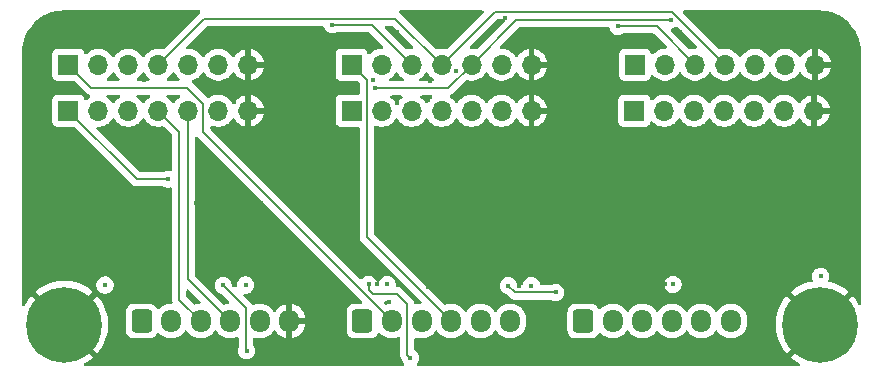
<source format=gbr>
%TF.GenerationSoftware,KiCad,Pcbnew,9.0.0*%
%TF.CreationDate,2025-03-20T15:52:25+01:00*%
%TF.ProjectId,PCB_secondaire,5043425f-7365-4636-9f6e-64616972652e,rev?*%
%TF.SameCoordinates,Original*%
%TF.FileFunction,Copper,L4,Bot*%
%TF.FilePolarity,Positive*%
%FSLAX46Y46*%
G04 Gerber Fmt 4.6, Leading zero omitted, Abs format (unit mm)*
G04 Created by KiCad (PCBNEW 9.0.0) date 2025-03-20 15:52:25*
%MOMM*%
%LPD*%
G01*
G04 APERTURE LIST*
G04 Aperture macros list*
%AMRoundRect*
0 Rectangle with rounded corners*
0 $1 Rounding radius*
0 $2 $3 $4 $5 $6 $7 $8 $9 X,Y pos of 4 corners*
0 Add a 4 corners polygon primitive as box body*
4,1,4,$2,$3,$4,$5,$6,$7,$8,$9,$2,$3,0*
0 Add four circle primitives for the rounded corners*
1,1,$1+$1,$2,$3*
1,1,$1+$1,$4,$5*
1,1,$1+$1,$6,$7*
1,1,$1+$1,$8,$9*
0 Add four rect primitives between the rounded corners*
20,1,$1+$1,$2,$3,$4,$5,0*
20,1,$1+$1,$4,$5,$6,$7,0*
20,1,$1+$1,$6,$7,$8,$9,0*
20,1,$1+$1,$8,$9,$2,$3,0*%
G04 Aperture macros list end*
%TA.AperFunction,ComponentPad*%
%ADD10R,1.700000X1.700000*%
%TD*%
%TA.AperFunction,ComponentPad*%
%ADD11O,1.700000X1.700000*%
%TD*%
%TA.AperFunction,ComponentPad*%
%ADD12C,0.800000*%
%TD*%
%TA.AperFunction,ComponentPad*%
%ADD13C,6.400000*%
%TD*%
%TA.AperFunction,ComponentPad*%
%ADD14RoundRect,0.250000X-0.600000X-0.725000X0.600000X-0.725000X0.600000X0.725000X-0.600000X0.725000X0*%
%TD*%
%TA.AperFunction,ComponentPad*%
%ADD15O,1.700000X1.950000*%
%TD*%
%TA.AperFunction,ViaPad*%
%ADD16C,0.450000*%
%TD*%
%TA.AperFunction,Conductor*%
%ADD17C,0.200000*%
%TD*%
G04 APERTURE END LIST*
D10*
%TO.P,J9,1,Pin_1*%
%TO.N,/SPI_CS_6*%
X146920000Y-133000000D03*
D11*
%TO.P,J9,2,Pin_2*%
%TO.N,/SPI_D{slash}C*%
X149460000Y-133000000D03*
%TO.P,J9,3,Pin_3*%
%TO.N,/SPI_RES*%
X152000000Y-133000000D03*
%TO.P,J9,4,Pin_4*%
%TO.N,/SPI_MOSI*%
X154540000Y-133000000D03*
%TO.P,J9,5,Pin_5*%
%TO.N,/SPI_SCK*%
X157080000Y-133000000D03*
%TO.P,J9,6,Pin_6*%
%TO.N,+3.3V*%
X159620000Y-133000000D03*
%TO.P,J9,7,Pin_7*%
%TO.N,GND*%
X162160000Y-133000000D03*
%TD*%
D12*
%TO.P,H101,1,1*%
%TO.N,GND*%
X96260000Y-151100000D03*
X96962944Y-149402944D03*
X96962944Y-152797056D03*
X98660000Y-148700000D03*
D13*
X98660000Y-151100000D03*
D12*
X98660000Y-153500000D03*
X100357056Y-149402944D03*
X100357056Y-152797056D03*
X101060000Y-151100000D03*
%TD*%
%TO.P,H102,1,1*%
%TO.N,GND*%
X160210000Y-151100000D03*
X160912944Y-149402944D03*
X160912944Y-152797056D03*
X162610000Y-148700000D03*
D13*
X162610000Y-151100000D03*
D12*
X162610000Y-153500000D03*
X164307056Y-149402944D03*
X164307056Y-152797056D03*
X165010000Y-151100000D03*
%TD*%
D10*
%TO.P,J4,1,Pin_1*%
%TO.N,/SPI_CS_4*%
X122980000Y-129100000D03*
D11*
%TO.P,J4,2,Pin_2*%
%TO.N,/SPI_D{slash}C*%
X125520000Y-129100000D03*
%TO.P,J4,3,Pin_3*%
%TO.N,/SPI_RES*%
X128060000Y-129100000D03*
%TO.P,J4,4,Pin_4*%
%TO.N,/SPI_MOSI*%
X130600000Y-129100000D03*
%TO.P,J4,5,Pin_5*%
%TO.N,/SPI_SCK*%
X133140000Y-129100000D03*
%TO.P,J4,6,Pin_6*%
%TO.N,+3.3V*%
X135680000Y-129100000D03*
%TO.P,J4,7,Pin_7*%
%TO.N,GND*%
X138220000Y-129100000D03*
%TD*%
D14*
%TO.P,J7,1,Pin_1*%
%TO.N,/SPI_D{slash}C*%
X105210000Y-150800000D03*
D15*
%TO.P,J7,2,Pin_2*%
%TO.N,/SPI_RES*%
X107710000Y-150800000D03*
%TO.P,J7,3,Pin_3*%
%TO.N,/SPI_MOSI*%
X110210000Y-150800000D03*
%TO.P,J7,4,Pin_4*%
%TO.N,/SPI_SCK*%
X112710000Y-150800000D03*
%TO.P,J7,5,Pin_5*%
%TO.N,+3.3V*%
X115210000Y-150800000D03*
%TO.P,J7,6,Pin_6*%
%TO.N,GND*%
X117710000Y-150800000D03*
%TD*%
D10*
%TO.P,J3,1,Pin_1*%
%TO.N,/SPI_CS_2*%
X99000000Y-129100000D03*
D11*
%TO.P,J3,2,Pin_2*%
%TO.N,/SPI_D{slash}C*%
X101540000Y-129100000D03*
%TO.P,J3,3,Pin_3*%
%TO.N,/SPI_RES*%
X104080000Y-129100000D03*
%TO.P,J3,4,Pin_4*%
%TO.N,/SPI_MOSI*%
X106620000Y-129100000D03*
%TO.P,J3,5,Pin_5*%
%TO.N,/SPI_SCK*%
X109160000Y-129100000D03*
%TO.P,J3,6,Pin_6*%
%TO.N,+3.3V*%
X111700000Y-129100000D03*
%TO.P,J3,7,Pin_7*%
%TO.N,GND*%
X114240000Y-129100000D03*
%TD*%
D10*
%TO.P,J6,1,Pin_1*%
%TO.N,/SPI_CS_3*%
X122980000Y-133000000D03*
D11*
%TO.P,J6,2,Pin_2*%
%TO.N,/SPI_D{slash}C*%
X125520000Y-133000000D03*
%TO.P,J6,3,Pin_3*%
%TO.N,/SPI_RES*%
X128060000Y-133000000D03*
%TO.P,J6,4,Pin_4*%
%TO.N,/SPI_MOSI*%
X130600000Y-133000000D03*
%TO.P,J6,5,Pin_5*%
%TO.N,/SPI_SCK*%
X133140000Y-133000000D03*
%TO.P,J6,6,Pin_6*%
%TO.N,+3.3V*%
X135680000Y-133000000D03*
%TO.P,J6,7,Pin_7*%
%TO.N,GND*%
X138220000Y-133000000D03*
%TD*%
D10*
%TO.P,J1,1,Pin_1*%
%TO.N,/SPI_CS_1*%
X99000000Y-133000000D03*
D11*
%TO.P,J1,2,Pin_2*%
%TO.N,/SPI_D{slash}C*%
X101540000Y-133000000D03*
%TO.P,J1,3,Pin_3*%
%TO.N,/SPI_RES*%
X104080000Y-133000000D03*
%TO.P,J1,4,Pin_4*%
%TO.N,/SPI_MOSI*%
X106620000Y-133000000D03*
%TO.P,J1,5,Pin_5*%
%TO.N,/SPI_SCK*%
X109160000Y-133000000D03*
%TO.P,J1,6,Pin_6*%
%TO.N,+3.3V*%
X111700000Y-133000000D03*
%TO.P,J1,7,Pin_7*%
%TO.N,GND*%
X114240000Y-133000000D03*
%TD*%
D14*
%TO.P,J8,1,Pin_1*%
%TO.N,/SPI_CS_1*%
X123910000Y-150800000D03*
D15*
%TO.P,J8,2,Pin_2*%
%TO.N,/SPI_CS_2*%
X126410000Y-150800000D03*
%TO.P,J8,3,Pin_3*%
%TO.N,/SPI_CS_3*%
X128910000Y-150800000D03*
%TO.P,J8,4,Pin_4*%
%TO.N,/SPI_CS_4*%
X131410000Y-150800000D03*
%TO.P,J8,5,Pin_5*%
%TO.N,/SPI_CS_5*%
X133910000Y-150800000D03*
%TO.P,J8,6,Pin_6*%
%TO.N,/SPI_CS_6*%
X136410000Y-150800000D03*
%TD*%
D14*
%TO.P,J2,1,Pin_1*%
%TO.N,BTN_1*%
X142610000Y-150800000D03*
D15*
%TO.P,J2,2,Pin_2*%
%TO.N,BTN_2*%
X145110000Y-150800000D03*
%TO.P,J2,3,Pin_3*%
%TO.N,BTN_3*%
X147610000Y-150800000D03*
%TO.P,J2,4,Pin_4*%
%TO.N,BTN_4*%
X150110000Y-150800000D03*
%TO.P,J2,5,Pin_5*%
%TO.N,BTN_5*%
X152610000Y-150800000D03*
%TO.P,J2,6,Pin_6*%
%TO.N,BTN_6*%
X155110000Y-150800000D03*
%TD*%
D10*
%TO.P,J5,1,Pin_1*%
%TO.N,/SPI_CS_5*%
X146985000Y-129100000D03*
D11*
%TO.P,J5,2,Pin_2*%
%TO.N,/SPI_D{slash}C*%
X149525000Y-129100000D03*
%TO.P,J5,3,Pin_3*%
%TO.N,/SPI_RES*%
X152065000Y-129100000D03*
%TO.P,J5,4,Pin_4*%
%TO.N,/SPI_MOSI*%
X154605000Y-129100000D03*
%TO.P,J5,5,Pin_5*%
%TO.N,/SPI_SCK*%
X157145000Y-129100000D03*
%TO.P,J5,6,Pin_6*%
%TO.N,+3.3V*%
X159685000Y-129100000D03*
%TO.P,J5,7,Pin_7*%
%TO.N,GND*%
X162225000Y-129100000D03*
%TD*%
D16*
%TO.N,GND*%
X120750000Y-151260000D03*
X149521232Y-147678768D03*
X102880000Y-131850000D03*
X163840000Y-136150000D03*
X156270000Y-148270000D03*
X116540000Y-139450000D03*
X117990000Y-144640000D03*
X101090000Y-146050000D03*
X162150000Y-135640000D03*
X119170000Y-145200000D03*
X155580000Y-137070000D03*
X133130000Y-148190000D03*
X139280000Y-138880000D03*
X96940000Y-135460000D03*
X121840000Y-140800000D03*
X135040000Y-144450000D03*
X105490000Y-126450000D03*
X126870000Y-132370000D03*
X161070000Y-146040000D03*
X115570000Y-136760000D03*
X116920000Y-127710000D03*
X161510000Y-144010000D03*
X96160000Y-129100000D03*
X105160000Y-135310000D03*
X121070000Y-135540000D03*
X139360000Y-140800000D03*
X125100000Y-147700000D03*
X146040000Y-138670000D03*
X109420000Y-148700000D03*
X118560000Y-133430000D03*
X165160000Y-126470000D03*
X142380000Y-152410000D03*
X105380000Y-130370000D03*
X129430000Y-147890000D03*
X109870000Y-135760000D03*
X148270000Y-154190000D03*
X97090000Y-126130000D03*
X125530000Y-153960000D03*
X126180000Y-149210000D03*
X148610000Y-143050000D03*
X97280000Y-138830000D03*
X113060000Y-132300000D03*
X131833768Y-129663768D03*
X115780000Y-154090000D03*
X164850000Y-127710000D03*
X110940000Y-143100000D03*
X113020000Y-147740000D03*
X129680000Y-126160000D03*
X102910000Y-130120000D03*
X154240000Y-143100000D03*
X138310000Y-143100000D03*
X155350000Y-154000000D03*
X110490000Y-130570000D03*
X137200000Y-147800000D03*
X165120000Y-132160000D03*
X148523218Y-136611724D03*
X161160000Y-125610000D03*
X104300000Y-148020000D03*
X109540000Y-127500000D03*
X103370000Y-140800000D03*
X131110000Y-149120000D03*
X143480000Y-130270000D03*
X142510000Y-135480000D03*
X150710000Y-138840000D03*
X99720000Y-141610000D03*
X103350000Y-151280000D03*
X119520000Y-138170000D03*
X142950000Y-126490000D03*
X151370000Y-140800000D03*
X142490000Y-147430000D03*
X135620000Y-136820000D03*
X153430000Y-130910000D03*
X109820000Y-140800000D03*
X126790000Y-126330000D03*
X125810000Y-138270000D03*
X146740000Y-149140000D03*
X119040000Y-129150000D03*
X129590000Y-130510000D03*
X115350000Y-140800000D03*
X157850000Y-140800000D03*
X117010000Y-126460000D03*
X129470000Y-132060000D03*
X144640000Y-152770000D03*
X144830000Y-142910000D03*
X105230000Y-138050000D03*
X124785000Y-130391168D03*
X163370000Y-140800000D03*
X125540000Y-142340000D03*
X159870000Y-138460000D03*
X107970000Y-131840000D03*
X150850000Y-130400000D03*
X108020000Y-130130000D03*
X133840000Y-140800000D03*
X140920000Y-127560000D03*
X105500000Y-131920000D03*
X138250000Y-135690000D03*
X155790000Y-126060000D03*
X145860000Y-140800000D03*
X126870000Y-130290000D03*
X150795000Y-126330000D03*
X113040000Y-128040000D03*
X148940000Y-141150000D03*
X127360000Y-140800000D03*
X132220000Y-136400000D03*
X135950000Y-125130000D03*
X100040000Y-137210000D03*
X97840000Y-140800000D03*
X114200000Y-135620000D03*
X156240000Y-130360000D03*
%TO.N,BTN_2*%
X114110000Y-153330000D03*
X112110000Y-147780000D03*
%TO.N,BTN_3*%
X127960000Y-153930000D03*
X124420000Y-147710000D03*
%TO.N,BTN_4*%
X136260000Y-147810000D03*
X140267232Y-148387232D03*
%TO.N,+3.3V*%
X138200000Y-147800000D03*
X114020000Y-147750000D03*
X126000000Y-147700000D03*
X150200000Y-147700000D03*
X102110000Y-147750000D03*
X162700000Y-147000000D03*
%TO.N,/SPI_CS_1*%
X107425000Y-138800000D03*
%TO.N,/SPI_SCK*%
X150000000Y-125300000D03*
X124995000Y-131090000D03*
%TO.N,/SPI_RES*%
X145541268Y-125858732D03*
X121338768Y-125725000D03*
%TD*%
D17*
%TO.N,BTN_2*%
X114030000Y-149700000D02*
X112110000Y-147780000D01*
X114110000Y-153330000D02*
X114030000Y-153250000D01*
X114030000Y-153250000D02*
X114030000Y-149700000D01*
%TO.N,BTN_3*%
X124760000Y-148500000D02*
X124420000Y-148160000D01*
X127710000Y-149400000D02*
X126910000Y-148600000D01*
X126910000Y-148600000D02*
X126810000Y-148500000D01*
X126810000Y-148500000D02*
X124760000Y-148500000D01*
X124420000Y-148160000D02*
X124420000Y-147710000D01*
X127710000Y-149480000D02*
X127710000Y-149400000D01*
X127960000Y-153930000D02*
X127710000Y-153680000D01*
X127710000Y-153680000D02*
X127710000Y-149480000D01*
%TO.N,BTN_4*%
X140267232Y-148387232D02*
X136837232Y-148387232D01*
X136837232Y-148387232D02*
X136260000Y-147810000D01*
%TO.N,/SPI_CS_1*%
X107425000Y-138800000D02*
X104800000Y-138800000D01*
X104800000Y-138800000D02*
X99000000Y-133000000D01*
%TO.N,/SPI_SCK*%
X112710000Y-150800000D02*
X109160000Y-147250000D01*
X136940000Y-125300000D02*
X150000000Y-125300000D01*
X133140000Y-129100000D02*
X136940000Y-125300000D01*
X124995000Y-131090000D02*
X131150000Y-131090000D01*
X131150000Y-131090000D02*
X133140000Y-129100000D01*
X109160000Y-147250000D02*
X109160000Y-133000000D01*
%TO.N,/SPI_MOSI*%
X130600000Y-129100000D02*
X135100000Y-124600000D01*
X110210000Y-150800000D02*
X108400000Y-148990000D01*
X126699000Y-125199000D02*
X130600000Y-129100000D01*
X110521000Y-125199000D02*
X126699000Y-125199000D01*
X106620000Y-129100000D02*
X110521000Y-125199000D01*
X135100000Y-124600000D02*
X150105000Y-124600000D01*
X108400000Y-134780000D02*
X106620000Y-133000000D01*
X108400000Y-148990000D02*
X108400000Y-134780000D01*
X150105000Y-124600000D02*
X154605000Y-129100000D01*
%TO.N,/SPI_RES*%
X148823732Y-125858732D02*
X152065000Y-129100000D01*
X121338768Y-125725000D02*
X124685000Y-125725000D01*
X124685000Y-125725000D02*
X128060000Y-129100000D01*
X145541268Y-125858732D02*
X148823732Y-125858732D01*
%TO.N,/SPI_CS_2*%
X99000000Y-129100000D02*
X100940000Y-131040000D01*
X109065760Y-131040000D02*
X110430000Y-132404240D01*
X110430000Y-134820000D02*
X126410000Y-150800000D01*
X110430000Y-132404240D02*
X110430000Y-134820000D01*
X100940000Y-131040000D02*
X109065760Y-131040000D01*
%TO.N,/SPI_CS_4*%
X124260000Y-143650000D02*
X124260000Y-130380000D01*
X131410000Y-150800000D02*
X124260000Y-143650000D01*
X124260000Y-130380000D02*
X122980000Y-129100000D01*
%TD*%
%TA.AperFunction,Conductor*%
%TO.N,GND*%
G36*
X110092355Y-124506750D02*
G01*
X110114485Y-124508349D01*
X110125227Y-124516402D01*
X110138108Y-124520185D01*
X110152634Y-124536949D01*
X110170389Y-124550260D01*
X110175072Y-124562844D01*
X110183863Y-124572989D01*
X110187020Y-124594947D01*
X110194759Y-124615741D01*
X110191896Y-124628857D01*
X110193807Y-124642147D01*
X110184589Y-124662329D01*
X110179859Y-124684004D01*
X110166638Y-124701638D01*
X110164782Y-124705703D01*
X110160723Y-124709528D01*
X110158688Y-124712243D01*
X110152658Y-124718263D01*
X110152284Y-124718480D01*
X110040480Y-124830284D01*
X110040416Y-124830348D01*
X107104522Y-127766241D01*
X107043199Y-127799726D01*
X106978523Y-127796491D01*
X106936245Y-127782754D01*
X106796272Y-127760584D01*
X106726287Y-127749500D01*
X106513713Y-127749500D01*
X106465042Y-127757208D01*
X106303760Y-127782753D01*
X106101585Y-127848444D01*
X105912179Y-127944951D01*
X105740213Y-128069890D01*
X105589890Y-128220213D01*
X105464949Y-128392182D01*
X105460484Y-128400946D01*
X105412509Y-128451742D01*
X105344688Y-128468536D01*
X105278553Y-128445998D01*
X105239516Y-128400946D01*
X105235050Y-128392182D01*
X105110109Y-128220213D01*
X104959786Y-128069890D01*
X104787820Y-127944951D01*
X104598414Y-127848444D01*
X104598413Y-127848443D01*
X104598412Y-127848443D01*
X104396243Y-127782754D01*
X104396241Y-127782753D01*
X104396240Y-127782753D01*
X104234957Y-127757208D01*
X104186287Y-127749500D01*
X103973713Y-127749500D01*
X103925042Y-127757208D01*
X103763760Y-127782753D01*
X103561585Y-127848444D01*
X103372179Y-127944951D01*
X103200213Y-128069890D01*
X103049890Y-128220213D01*
X102924949Y-128392182D01*
X102920484Y-128400946D01*
X102872509Y-128451742D01*
X102804688Y-128468536D01*
X102738553Y-128445998D01*
X102699516Y-128400946D01*
X102695050Y-128392182D01*
X102570109Y-128220213D01*
X102419786Y-128069890D01*
X102247820Y-127944951D01*
X102058414Y-127848444D01*
X102058413Y-127848443D01*
X102058412Y-127848443D01*
X101856243Y-127782754D01*
X101856241Y-127782753D01*
X101856240Y-127782753D01*
X101694957Y-127757208D01*
X101646287Y-127749500D01*
X101433713Y-127749500D01*
X101385042Y-127757208D01*
X101223760Y-127782753D01*
X101021585Y-127848444D01*
X100832179Y-127944951D01*
X100660215Y-128069889D01*
X100546673Y-128183431D01*
X100485350Y-128216915D01*
X100415658Y-128211931D01*
X100359725Y-128170059D01*
X100342810Y-128139082D01*
X100293797Y-128007671D01*
X100293793Y-128007664D01*
X100207547Y-127892455D01*
X100207544Y-127892452D01*
X100092335Y-127806206D01*
X100092328Y-127806202D01*
X99957482Y-127755908D01*
X99957483Y-127755908D01*
X99897883Y-127749501D01*
X99897881Y-127749500D01*
X99897873Y-127749500D01*
X99897864Y-127749500D01*
X98102129Y-127749500D01*
X98102123Y-127749501D01*
X98042516Y-127755908D01*
X97907671Y-127806202D01*
X97907664Y-127806206D01*
X97792455Y-127892452D01*
X97792452Y-127892455D01*
X97706206Y-128007664D01*
X97706202Y-128007671D01*
X97655908Y-128142517D01*
X97649501Y-128202116D01*
X97649500Y-128202135D01*
X97649500Y-129997870D01*
X97649501Y-129997876D01*
X97655908Y-130057483D01*
X97706202Y-130192328D01*
X97706206Y-130192335D01*
X97792452Y-130307544D01*
X97792455Y-130307547D01*
X97907664Y-130393793D01*
X97907671Y-130393797D01*
X98042517Y-130444091D01*
X98042516Y-130444091D01*
X98049444Y-130444835D01*
X98102127Y-130450500D01*
X99449902Y-130450499D01*
X99516941Y-130470184D01*
X99537583Y-130486818D01*
X100455139Y-131404374D01*
X100455149Y-131404385D01*
X100459479Y-131408715D01*
X100459480Y-131408716D01*
X100571284Y-131520520D01*
X100649653Y-131565766D01*
X100708215Y-131599577D01*
X100801362Y-131624535D01*
X100808035Y-131627183D01*
X100830124Y-131644444D01*
X100854060Y-131659033D01*
X100857281Y-131665664D01*
X100863090Y-131670203D01*
X100872341Y-131696666D01*
X100884590Y-131721880D01*
X100883715Y-131729198D01*
X100886148Y-131736158D01*
X100879623Y-131763421D01*
X100876296Y-131791256D01*
X100871535Y-131797221D01*
X100869887Y-131804109D01*
X100853463Y-131819866D01*
X100835192Y-131842762D01*
X100660215Y-131969889D01*
X100546673Y-132083431D01*
X100485350Y-132116915D01*
X100415658Y-132111931D01*
X100359725Y-132070059D01*
X100342810Y-132039082D01*
X100293797Y-131907671D01*
X100293793Y-131907664D01*
X100207547Y-131792455D01*
X100207544Y-131792452D01*
X100092335Y-131706206D01*
X100092328Y-131706202D01*
X99957482Y-131655908D01*
X99957483Y-131655908D01*
X99897883Y-131649501D01*
X99897881Y-131649500D01*
X99897873Y-131649500D01*
X99897864Y-131649500D01*
X98102129Y-131649500D01*
X98102123Y-131649501D01*
X98042516Y-131655908D01*
X97907671Y-131706202D01*
X97907664Y-131706206D01*
X97792455Y-131792452D01*
X97792452Y-131792455D01*
X97706206Y-131907664D01*
X97706202Y-131907671D01*
X97655908Y-132042517D01*
X97649501Y-132102116D01*
X97649500Y-132102135D01*
X97649500Y-133897870D01*
X97649501Y-133897876D01*
X97655908Y-133957483D01*
X97706202Y-134092328D01*
X97706206Y-134092335D01*
X97792452Y-134207544D01*
X97792455Y-134207547D01*
X97907664Y-134293793D01*
X97907671Y-134293797D01*
X98042517Y-134344091D01*
X98042516Y-134344091D01*
X98049444Y-134344835D01*
X98102127Y-134350500D01*
X99449902Y-134350499D01*
X99516941Y-134370184D01*
X99537582Y-134386817D01*
X104431284Y-139280520D01*
X104431286Y-139280521D01*
X104431290Y-139280524D01*
X104568209Y-139359573D01*
X104568216Y-139359577D01*
X104720943Y-139400501D01*
X104720945Y-139400501D01*
X104886654Y-139400501D01*
X104886670Y-139400500D01*
X106980233Y-139400500D01*
X107047272Y-139420185D01*
X107049124Y-139421398D01*
X107081348Y-139442930D01*
X107147363Y-139470274D01*
X107213380Y-139497619D01*
X107213384Y-139497619D01*
X107213385Y-139497620D01*
X107353542Y-139525500D01*
X107353545Y-139525500D01*
X107496457Y-139525500D01*
X107636616Y-139497620D01*
X107636617Y-139497619D01*
X107636620Y-139497619D01*
X107636621Y-139497618D01*
X107639497Y-139496746D01*
X107641082Y-139496731D01*
X107642594Y-139496431D01*
X107642651Y-139496717D01*
X107709364Y-139496118D01*
X107768479Y-139533362D01*
X107798074Y-139596654D01*
X107799500Y-139615404D01*
X107799500Y-148903330D01*
X107799499Y-148903348D01*
X107799499Y-149069054D01*
X107799498Y-149069054D01*
X107799499Y-149069057D01*
X107826120Y-149168409D01*
X107824458Y-149238255D01*
X107785296Y-149296118D01*
X107721068Y-149323623D01*
X107706346Y-149324500D01*
X107603713Y-149324500D01*
X107560881Y-149331284D01*
X107393760Y-149357753D01*
X107293945Y-149390185D01*
X107257069Y-149402167D01*
X107191585Y-149423444D01*
X107002179Y-149519951D01*
X106830215Y-149644889D01*
X106691398Y-149783706D01*
X106630075Y-149817190D01*
X106560383Y-149812206D01*
X106504450Y-149770334D01*
X106498178Y-149761120D01*
X106402712Y-149606344D01*
X106278657Y-149482289D01*
X106278656Y-149482288D01*
X106170937Y-149415847D01*
X106129336Y-149390187D01*
X106129331Y-149390185D01*
X106127862Y-149389698D01*
X105962797Y-149335001D01*
X105962795Y-149335000D01*
X105860010Y-149324500D01*
X104559998Y-149324500D01*
X104559981Y-149324501D01*
X104457203Y-149335000D01*
X104457200Y-149335001D01*
X104290668Y-149390185D01*
X104290663Y-149390187D01*
X104141342Y-149482289D01*
X104017289Y-149606342D01*
X103925187Y-149755663D01*
X103925185Y-149755668D01*
X103920325Y-149770334D01*
X103870001Y-149922203D01*
X103870001Y-149922204D01*
X103870000Y-149922204D01*
X103859500Y-150024983D01*
X103859500Y-151575001D01*
X103859501Y-151575018D01*
X103870000Y-151677796D01*
X103870001Y-151677799D01*
X103915894Y-151816294D01*
X103925186Y-151844334D01*
X104017288Y-151993656D01*
X104141344Y-152117712D01*
X104290666Y-152209814D01*
X104457203Y-152264999D01*
X104559991Y-152275500D01*
X105860008Y-152275499D01*
X105962797Y-152264999D01*
X106129334Y-152209814D01*
X106278656Y-152117712D01*
X106402712Y-151993656D01*
X106494814Y-151844334D01*
X106494814Y-151844331D01*
X106498178Y-151838879D01*
X106550126Y-151792154D01*
X106619088Y-151780931D01*
X106683170Y-151808774D01*
X106691398Y-151816294D01*
X106830213Y-151955109D01*
X107002179Y-152080048D01*
X107002181Y-152080049D01*
X107002184Y-152080051D01*
X107191588Y-152176557D01*
X107393757Y-152242246D01*
X107603713Y-152275500D01*
X107603714Y-152275500D01*
X107816286Y-152275500D01*
X107816287Y-152275500D01*
X108026243Y-152242246D01*
X108228412Y-152176557D01*
X108417816Y-152080051D01*
X108527874Y-152000090D01*
X108589786Y-151955109D01*
X108589788Y-151955106D01*
X108589792Y-151955104D01*
X108740104Y-151804792D01*
X108859683Y-151640204D01*
X108915011Y-151597540D01*
X108984624Y-151591561D01*
X109046420Y-151624166D01*
X109060313Y-151640199D01*
X109162560Y-151780931D01*
X109179896Y-151804792D01*
X109330213Y-151955109D01*
X109502179Y-152080048D01*
X109502181Y-152080049D01*
X109502184Y-152080051D01*
X109691588Y-152176557D01*
X109893757Y-152242246D01*
X110103713Y-152275500D01*
X110103714Y-152275500D01*
X110316286Y-152275500D01*
X110316287Y-152275500D01*
X110526243Y-152242246D01*
X110728412Y-152176557D01*
X110917816Y-152080051D01*
X111027874Y-152000090D01*
X111089786Y-151955109D01*
X111089788Y-151955106D01*
X111089792Y-151955104D01*
X111240104Y-151804792D01*
X111359683Y-151640204D01*
X111415011Y-151597540D01*
X111484624Y-151591561D01*
X111546420Y-151624166D01*
X111560313Y-151640199D01*
X111662560Y-151780931D01*
X111679896Y-151804792D01*
X111830213Y-151955109D01*
X112002179Y-152080048D01*
X112002181Y-152080049D01*
X112002184Y-152080051D01*
X112191588Y-152176557D01*
X112393757Y-152242246D01*
X112603713Y-152275500D01*
X112603714Y-152275500D01*
X112816286Y-152275500D01*
X112816287Y-152275500D01*
X113026243Y-152242246D01*
X113228412Y-152176557D01*
X113249204Y-152165962D01*
X113317872Y-152153066D01*
X113382613Y-152179341D01*
X113422871Y-152236447D01*
X113429500Y-152276447D01*
X113429500Y-153052386D01*
X113420061Y-153099838D01*
X113412382Y-153118375D01*
X113412379Y-153118385D01*
X113384500Y-153258542D01*
X113384500Y-153258545D01*
X113384500Y-153401455D01*
X113384500Y-153401457D01*
X113384499Y-153401457D01*
X113412379Y-153541614D01*
X113412381Y-153541620D01*
X113467069Y-153673650D01*
X113467074Y-153673659D01*
X113546467Y-153792478D01*
X113546470Y-153792482D01*
X113647517Y-153893529D01*
X113647521Y-153893532D01*
X113766340Y-153972925D01*
X113766346Y-153972928D01*
X113766347Y-153972929D01*
X113898380Y-154027619D01*
X113898384Y-154027619D01*
X113898385Y-154027620D01*
X114038542Y-154055500D01*
X114038545Y-154055500D01*
X114181457Y-154055500D01*
X114275751Y-154036742D01*
X114321620Y-154027619D01*
X114453653Y-153972929D01*
X114572479Y-153893532D01*
X114673532Y-153792479D01*
X114752929Y-153673653D01*
X114807619Y-153541620D01*
X114816742Y-153495751D01*
X114835500Y-153401457D01*
X114835500Y-153258542D01*
X114807620Y-153118385D01*
X114807619Y-153118384D01*
X114807619Y-153118380D01*
X114760440Y-153004480D01*
X114752930Y-152986349D01*
X114752925Y-152986340D01*
X114673532Y-152867521D01*
X114673529Y-152867517D01*
X114666819Y-152860807D01*
X114633334Y-152799484D01*
X114630500Y-152773126D01*
X114630500Y-152327379D01*
X114650185Y-152260340D01*
X114702989Y-152214585D01*
X114772147Y-152204641D01*
X114792807Y-152209445D01*
X114893757Y-152242246D01*
X115103713Y-152275500D01*
X115103714Y-152275500D01*
X115316286Y-152275500D01*
X115316287Y-152275500D01*
X115526243Y-152242246D01*
X115728412Y-152176557D01*
X115917816Y-152080051D01*
X116027874Y-152000090D01*
X116089786Y-151955109D01*
X116089788Y-151955106D01*
X116089792Y-151955104D01*
X116240104Y-151804792D01*
X116359991Y-151639779D01*
X116415320Y-151597115D01*
X116484933Y-151591136D01*
X116546729Y-151623741D01*
X116560627Y-151639781D01*
X116680272Y-151804459D01*
X116680276Y-151804464D01*
X116830535Y-151954723D01*
X116830540Y-151954727D01*
X117002442Y-152079620D01*
X117191782Y-152176095D01*
X117393871Y-152241757D01*
X117460000Y-152252231D01*
X117460000Y-151204145D01*
X117526657Y-151242630D01*
X117647465Y-151275000D01*
X117772535Y-151275000D01*
X117893343Y-151242630D01*
X117960000Y-151204145D01*
X117960000Y-152252230D01*
X118026126Y-152241757D01*
X118026129Y-152241757D01*
X118228217Y-152176095D01*
X118417557Y-152079620D01*
X118589459Y-151954727D01*
X118589464Y-151954723D01*
X118739723Y-151804464D01*
X118739727Y-151804459D01*
X118864620Y-151632557D01*
X118961095Y-151443217D01*
X119026757Y-151241130D01*
X119026757Y-151241127D01*
X119057030Y-151050000D01*
X118114146Y-151050000D01*
X118152630Y-150983343D01*
X118185000Y-150862535D01*
X118185000Y-150737465D01*
X118152630Y-150616657D01*
X118114146Y-150550000D01*
X119057030Y-150550000D01*
X119026757Y-150358872D01*
X119026757Y-150358869D01*
X118961095Y-150156782D01*
X118864620Y-149967442D01*
X118739727Y-149795540D01*
X118739723Y-149795535D01*
X118589464Y-149645276D01*
X118589459Y-149645272D01*
X118417557Y-149520379D01*
X118228215Y-149423903D01*
X118026124Y-149358241D01*
X117960000Y-149347768D01*
X117960000Y-150395854D01*
X117893343Y-150357370D01*
X117772535Y-150325000D01*
X117647465Y-150325000D01*
X117526657Y-150357370D01*
X117460000Y-150395854D01*
X117460000Y-149347768D01*
X117459999Y-149347768D01*
X117393875Y-149358241D01*
X117191784Y-149423903D01*
X117002442Y-149520379D01*
X116830540Y-149645272D01*
X116830535Y-149645276D01*
X116680276Y-149795535D01*
X116680272Y-149795540D01*
X116560627Y-149960218D01*
X116505297Y-150002884D01*
X116435684Y-150008863D01*
X116373889Y-149976257D01*
X116359991Y-149960218D01*
X116240109Y-149795214D01*
X116240105Y-149795209D01*
X116089786Y-149644890D01*
X115917820Y-149519951D01*
X115728414Y-149423444D01*
X115728413Y-149423443D01*
X115728412Y-149423443D01*
X115526243Y-149357754D01*
X115526241Y-149357753D01*
X115526240Y-149357753D01*
X115359119Y-149331284D01*
X115316287Y-149324500D01*
X115103713Y-149324500D01*
X115064202Y-149330757D01*
X114893759Y-149357753D01*
X114691592Y-149423440D01*
X114688874Y-149424567D01*
X114687756Y-149424687D01*
X114686954Y-149424948D01*
X114686899Y-149424779D01*
X114619404Y-149432037D01*
X114556924Y-149400764D01*
X114548005Y-149391555D01*
X114540067Y-149382462D01*
X114510520Y-149331284D01*
X114398716Y-149219480D01*
X114398713Y-149219478D01*
X113866416Y-148687181D01*
X113832931Y-148625858D01*
X113837915Y-148556166D01*
X113879787Y-148500233D01*
X113945251Y-148475816D01*
X113954097Y-148475500D01*
X114091457Y-148475500D01*
X114204945Y-148452925D01*
X114231620Y-148447619D01*
X114363653Y-148392929D01*
X114482479Y-148313532D01*
X114583532Y-148212479D01*
X114662929Y-148093653D01*
X114717619Y-147961620D01*
X114733565Y-147881455D01*
X114745500Y-147821457D01*
X114745500Y-147678542D01*
X114717620Y-147538385D01*
X114717619Y-147538384D01*
X114717619Y-147538380D01*
X114662929Y-147406347D01*
X114662928Y-147406346D01*
X114662925Y-147406340D01*
X114583532Y-147287521D01*
X114583529Y-147287517D01*
X114482482Y-147186470D01*
X114482478Y-147186467D01*
X114363659Y-147107074D01*
X114363650Y-147107069D01*
X114231620Y-147052381D01*
X114231614Y-147052379D01*
X114091457Y-147024500D01*
X114091455Y-147024500D01*
X113948545Y-147024500D01*
X113948543Y-147024500D01*
X113808385Y-147052379D01*
X113808379Y-147052381D01*
X113676349Y-147107069D01*
X113676340Y-147107074D01*
X113557521Y-147186467D01*
X113557517Y-147186470D01*
X113456470Y-147287517D01*
X113456467Y-147287521D01*
X113377074Y-147406340D01*
X113377069Y-147406349D01*
X113322381Y-147538379D01*
X113322379Y-147538385D01*
X113294500Y-147678542D01*
X113294500Y-147815903D01*
X113274815Y-147882942D01*
X113222011Y-147928697D01*
X113152853Y-147938641D01*
X113089297Y-147909616D01*
X113082819Y-147903584D01*
X112849116Y-147669881D01*
X112815631Y-147608558D01*
X112815191Y-147606451D01*
X112807619Y-147568380D01*
X112752929Y-147436347D01*
X112752928Y-147436346D01*
X112752925Y-147436340D01*
X112673532Y-147317521D01*
X112673529Y-147317517D01*
X112572482Y-147216470D01*
X112572478Y-147216467D01*
X112453659Y-147137074D01*
X112453650Y-147137069D01*
X112321620Y-147082381D01*
X112321614Y-147082379D01*
X112181457Y-147054500D01*
X112181455Y-147054500D01*
X112038545Y-147054500D01*
X112038543Y-147054500D01*
X111898385Y-147082379D01*
X111898379Y-147082381D01*
X111766349Y-147137069D01*
X111766340Y-147137074D01*
X111647521Y-147216467D01*
X111647517Y-147216470D01*
X111546470Y-147317517D01*
X111546467Y-147317521D01*
X111467074Y-147436340D01*
X111467069Y-147436349D01*
X111412381Y-147568379D01*
X111412379Y-147568385D01*
X111384500Y-147708542D01*
X111384500Y-147708545D01*
X111384500Y-147851455D01*
X111384500Y-147851457D01*
X111384499Y-147851457D01*
X111412379Y-147991614D01*
X111412381Y-147991620D01*
X111467069Y-148123650D01*
X111467074Y-148123659D01*
X111546467Y-148242478D01*
X111546470Y-148242482D01*
X111647517Y-148343529D01*
X111647521Y-148343532D01*
X111766340Y-148422925D01*
X111766346Y-148422928D01*
X111766347Y-148422929D01*
X111898380Y-148477619D01*
X111936391Y-148485179D01*
X111998302Y-148517564D01*
X111999881Y-148519116D01*
X112605623Y-149124858D01*
X112639108Y-149186181D01*
X112634124Y-149255873D01*
X112592252Y-149311806D01*
X112537340Y-149335012D01*
X112393760Y-149357753D01*
X112393757Y-149357754D01*
X112257129Y-149402147D01*
X112187290Y-149404142D01*
X112131132Y-149371897D01*
X109796819Y-147037584D01*
X109763334Y-146976261D01*
X109760500Y-146949903D01*
X109760500Y-135299098D01*
X109766738Y-135277852D01*
X109768318Y-135255765D01*
X109776390Y-135244981D01*
X109780185Y-135232059D01*
X109796916Y-135217560D01*
X109810189Y-135199831D01*
X109822811Y-135195123D01*
X109832989Y-135186304D01*
X109854904Y-135183152D01*
X109875653Y-135175414D01*
X109888814Y-135178276D01*
X109902147Y-135176360D01*
X109922288Y-135185558D01*
X109943926Y-135190265D01*
X109961652Y-135203535D01*
X109965703Y-135205385D01*
X109972166Y-135211402D01*
X110061284Y-135300520D01*
X110061286Y-135300521D01*
X110068356Y-135307591D01*
X123873583Y-149112819D01*
X123907068Y-149174142D01*
X123902084Y-149243834D01*
X123860212Y-149299767D01*
X123794748Y-149324184D01*
X123785902Y-149324500D01*
X123259998Y-149324500D01*
X123259980Y-149324501D01*
X123157203Y-149335000D01*
X123157200Y-149335001D01*
X122990668Y-149390185D01*
X122990663Y-149390187D01*
X122841342Y-149482289D01*
X122717289Y-149606342D01*
X122625187Y-149755663D01*
X122625185Y-149755668D01*
X122620325Y-149770334D01*
X122570001Y-149922203D01*
X122570001Y-149922204D01*
X122570000Y-149922204D01*
X122559500Y-150024983D01*
X122559500Y-151575001D01*
X122559501Y-151575018D01*
X122570000Y-151677796D01*
X122570001Y-151677799D01*
X122615894Y-151816294D01*
X122625186Y-151844334D01*
X122717288Y-151993656D01*
X122841344Y-152117712D01*
X122990666Y-152209814D01*
X123157203Y-152264999D01*
X123259991Y-152275500D01*
X124560008Y-152275499D01*
X124662797Y-152264999D01*
X124829334Y-152209814D01*
X124978656Y-152117712D01*
X125102712Y-151993656D01*
X125194814Y-151844334D01*
X125194814Y-151844331D01*
X125198178Y-151838879D01*
X125250126Y-151792154D01*
X125319088Y-151780931D01*
X125383170Y-151808774D01*
X125391398Y-151816294D01*
X125530213Y-151955109D01*
X125702179Y-152080048D01*
X125702181Y-152080049D01*
X125702184Y-152080051D01*
X125891588Y-152176557D01*
X126093757Y-152242246D01*
X126303713Y-152275500D01*
X126303714Y-152275500D01*
X126516286Y-152275500D01*
X126516287Y-152275500D01*
X126726243Y-152242246D01*
X126928412Y-152176557D01*
X126928416Y-152176555D01*
X126929204Y-152176154D01*
X126929536Y-152176091D01*
X126932921Y-152174690D01*
X126933215Y-152175400D01*
X126997873Y-152163257D01*
X127062613Y-152189532D01*
X127102871Y-152246638D01*
X127109500Y-152286638D01*
X127109500Y-153593330D01*
X127109499Y-153593348D01*
X127109499Y-153759054D01*
X127109498Y-153759054D01*
X127150422Y-153911783D01*
X127175663Y-153955502D01*
X127229476Y-154048710D01*
X127229478Y-154048712D01*
X127229480Y-154048716D01*
X127229482Y-154048718D01*
X127231341Y-154051140D01*
X127233025Y-154054858D01*
X127233543Y-154055754D01*
X127233454Y-154055804D01*
X127254587Y-154102441D01*
X127262379Y-154141614D01*
X127262380Y-154141618D01*
X127317069Y-154273650D01*
X127317074Y-154273659D01*
X127396466Y-154392477D01*
X127400045Y-154396838D01*
X127427356Y-154461149D01*
X127415562Y-154530016D01*
X127368409Y-154581575D01*
X127304189Y-154599500D01*
X100456946Y-154599500D01*
X100389907Y-154579815D01*
X100344152Y-154527011D01*
X100334208Y-154457853D01*
X100363233Y-154394297D01*
X100398493Y-154366142D01*
X100564462Y-154277429D01*
X100564480Y-154277418D01*
X100866736Y-154075457D01*
X100866750Y-154075447D01*
X101094765Y-153888320D01*
X101094766Y-153888319D01*
X99600698Y-152394251D01*
X99702330Y-152320412D01*
X99880412Y-152142330D01*
X99954251Y-152040698D01*
X101448319Y-153534766D01*
X101448320Y-153534765D01*
X101635447Y-153306750D01*
X101635457Y-153306736D01*
X101837418Y-153004480D01*
X101837429Y-153004462D01*
X102008790Y-152683869D01*
X102008792Y-152683864D01*
X102147913Y-152347997D01*
X102253446Y-152000101D01*
X102253449Y-152000090D01*
X102324367Y-151643556D01*
X102360000Y-151281765D01*
X102360000Y-150918234D01*
X102324367Y-150556443D01*
X102253449Y-150199909D01*
X102253446Y-150199898D01*
X102147913Y-149852002D01*
X102008792Y-149516135D01*
X102008790Y-149516130D01*
X101837429Y-149195537D01*
X101837418Y-149195519D01*
X101635448Y-148893249D01*
X101448320Y-148665233D01*
X101448319Y-148665232D01*
X99954251Y-150159300D01*
X99880412Y-150057670D01*
X99702330Y-149879588D01*
X99600698Y-149805748D01*
X101094766Y-148311679D01*
X101094765Y-148311678D01*
X100866750Y-148124551D01*
X100564480Y-147922581D01*
X100564462Y-147922570D01*
X100375293Y-147821457D01*
X101384499Y-147821457D01*
X101412379Y-147961614D01*
X101412380Y-147961618D01*
X101412381Y-147961620D01*
X101431716Y-148008299D01*
X101467069Y-148093650D01*
X101467074Y-148093659D01*
X101546467Y-148212478D01*
X101546470Y-148212482D01*
X101647517Y-148313529D01*
X101647521Y-148313532D01*
X101766340Y-148392925D01*
X101766349Y-148392930D01*
X101777672Y-148397620D01*
X101898380Y-148447619D01*
X101898384Y-148447619D01*
X101898385Y-148447620D01*
X102038542Y-148475500D01*
X102038545Y-148475500D01*
X102181457Y-148475500D01*
X102294945Y-148452925D01*
X102321620Y-148447619D01*
X102453653Y-148392929D01*
X102572479Y-148313532D01*
X102673532Y-148212479D01*
X102752929Y-148093653D01*
X102807619Y-147961620D01*
X102823565Y-147881455D01*
X102835500Y-147821457D01*
X102835500Y-147678542D01*
X102807620Y-147538385D01*
X102807619Y-147538384D01*
X102807619Y-147538380D01*
X102752929Y-147406347D01*
X102752928Y-147406346D01*
X102752925Y-147406340D01*
X102673532Y-147287521D01*
X102673529Y-147287517D01*
X102572482Y-147186470D01*
X102572478Y-147186467D01*
X102453659Y-147107074D01*
X102453650Y-147107069D01*
X102321620Y-147052381D01*
X102321614Y-147052379D01*
X102181457Y-147024500D01*
X102181455Y-147024500D01*
X102038545Y-147024500D01*
X102038543Y-147024500D01*
X101898385Y-147052379D01*
X101898379Y-147052381D01*
X101766349Y-147107069D01*
X101766340Y-147107074D01*
X101647521Y-147186467D01*
X101647517Y-147186470D01*
X101546470Y-147287517D01*
X101546467Y-147287521D01*
X101467074Y-147406340D01*
X101467069Y-147406349D01*
X101412381Y-147538379D01*
X101412379Y-147538385D01*
X101384500Y-147678542D01*
X101384500Y-147678545D01*
X101384500Y-147821455D01*
X101384500Y-147821457D01*
X101384499Y-147821457D01*
X100375293Y-147821457D01*
X100301120Y-147781811D01*
X100301119Y-147781811D01*
X100243862Y-147751206D01*
X99907997Y-147612086D01*
X99560101Y-147506553D01*
X99560090Y-147506550D01*
X99203556Y-147435632D01*
X98841766Y-147400000D01*
X98478234Y-147400000D01*
X98116443Y-147435632D01*
X97759909Y-147506550D01*
X97759898Y-147506553D01*
X97412002Y-147612086D01*
X97076135Y-147751207D01*
X97076130Y-147751209D01*
X96755537Y-147922570D01*
X96755519Y-147922581D01*
X96453258Y-148124545D01*
X96453254Y-148124548D01*
X96225233Y-148311679D01*
X96225233Y-148311680D01*
X97719301Y-149805748D01*
X97617670Y-149879588D01*
X97439588Y-150057670D01*
X97365748Y-150159301D01*
X95871680Y-148665233D01*
X95871679Y-148665233D01*
X95684548Y-148893254D01*
X95684545Y-148893258D01*
X95482581Y-149195519D01*
X95482570Y-149195537D01*
X95343858Y-149455049D01*
X95294896Y-149504894D01*
X95226758Y-149520354D01*
X95161078Y-149496522D01*
X95118709Y-149440964D01*
X95110500Y-149396596D01*
X95110500Y-131165070D01*
X95110710Y-131164277D01*
X95110500Y-131099176D01*
X95110500Y-131034108D01*
X95110500Y-131028112D01*
X95110258Y-131024535D01*
X95100512Y-128003185D01*
X95100659Y-127996740D01*
X95117052Y-127663064D01*
X95118245Y-127650960D01*
X95166850Y-127323292D01*
X95169218Y-127311385D01*
X95249710Y-126990043D01*
X95253240Y-126978411D01*
X95364835Y-126666525D01*
X95369476Y-126655318D01*
X95511124Y-126355828D01*
X95516840Y-126345136D01*
X95687145Y-126060998D01*
X95693888Y-126050905D01*
X95891232Y-125784818D01*
X95898935Y-125775433D01*
X96121405Y-125529975D01*
X96129975Y-125521405D01*
X96375433Y-125298935D01*
X96384818Y-125291232D01*
X96650905Y-125093888D01*
X96660998Y-125087145D01*
X96945136Y-124916840D01*
X96955828Y-124911124D01*
X97255318Y-124769476D01*
X97266525Y-124764835D01*
X97578412Y-124653239D01*
X97590043Y-124649710D01*
X97911385Y-124569218D01*
X97923296Y-124566849D01*
X98250962Y-124518244D01*
X98263068Y-124517052D01*
X98596967Y-124500648D01*
X98603051Y-124500500D01*
X98665892Y-124500500D01*
X110071069Y-124500500D01*
X110092355Y-124506750D01*
G37*
%TD.AperFunction*%
%TA.AperFunction,Conductor*%
G36*
X162603032Y-124500648D02*
G01*
X162936929Y-124517052D01*
X162949037Y-124518245D01*
X163052146Y-124533539D01*
X163276699Y-124566849D01*
X163288617Y-124569219D01*
X163609951Y-124649709D01*
X163621588Y-124653240D01*
X163692806Y-124678722D01*
X163933467Y-124764832D01*
X163944688Y-124769479D01*
X164244163Y-124911120D01*
X164254871Y-124916844D01*
X164538988Y-125087137D01*
X164549103Y-125093895D01*
X164769913Y-125257659D01*
X164815170Y-125291224D01*
X164824576Y-125298944D01*
X165070013Y-125521395D01*
X165078604Y-125529986D01*
X165265755Y-125736475D01*
X165301055Y-125775423D01*
X165308775Y-125784829D01*
X165506102Y-126050893D01*
X165512862Y-126061011D01*
X165517446Y-126068659D01*
X165671402Y-126325520D01*
X165683148Y-126345116D01*
X165688883Y-126355844D01*
X165796902Y-126584232D01*
X165830514Y-126655297D01*
X165835170Y-126666540D01*
X165946759Y-126978411D01*
X165950292Y-126990055D01*
X166030777Y-127311369D01*
X166033151Y-127323305D01*
X166081754Y-127650962D01*
X166082947Y-127663071D01*
X166099351Y-127996969D01*
X166099499Y-128002643D01*
X166099500Y-128002945D01*
X166099500Y-128065892D01*
X166099711Y-128066680D01*
X166099740Y-128075434D01*
X166099739Y-128075436D01*
X166099740Y-128075445D01*
X166102833Y-129034174D01*
X166109265Y-131028112D01*
X166109499Y-131100455D01*
X166109500Y-131100855D01*
X166109500Y-149303053D01*
X166089815Y-149370092D01*
X166037011Y-149415847D01*
X165967853Y-149425791D01*
X165904297Y-149396766D01*
X165876142Y-149361507D01*
X165787424Y-149195529D01*
X165787418Y-149195519D01*
X165585448Y-148893249D01*
X165398320Y-148665233D01*
X165398319Y-148665232D01*
X163904251Y-150159301D01*
X163830412Y-150057670D01*
X163652330Y-149879588D01*
X163550698Y-149805748D01*
X165044766Y-148311679D01*
X165044765Y-148311678D01*
X164816750Y-148124551D01*
X164514480Y-147922581D01*
X164514462Y-147922570D01*
X164193869Y-147751209D01*
X164193864Y-147751207D01*
X163857997Y-147612086D01*
X163510106Y-147506555D01*
X163441505Y-147492909D01*
X163379594Y-147460524D01*
X163345020Y-147399808D01*
X163348761Y-147330038D01*
X163351136Y-147323839D01*
X163364838Y-147290760D01*
X163397619Y-147211620D01*
X163418415Y-147107074D01*
X163425500Y-147071457D01*
X163425500Y-146928542D01*
X163397620Y-146788385D01*
X163397619Y-146788384D01*
X163397619Y-146788380D01*
X163342929Y-146656347D01*
X163342928Y-146656346D01*
X163342925Y-146656340D01*
X163263532Y-146537521D01*
X163263529Y-146537517D01*
X163162482Y-146436470D01*
X163162478Y-146436467D01*
X163043659Y-146357074D01*
X163043650Y-146357069D01*
X162911620Y-146302381D01*
X162911614Y-146302379D01*
X162771457Y-146274500D01*
X162771455Y-146274500D01*
X162628545Y-146274500D01*
X162628543Y-146274500D01*
X162488385Y-146302379D01*
X162488379Y-146302381D01*
X162356349Y-146357069D01*
X162356340Y-146357074D01*
X162237521Y-146436467D01*
X162237517Y-146436470D01*
X162136470Y-146537517D01*
X162136467Y-146537521D01*
X162057074Y-146656340D01*
X162057069Y-146656349D01*
X162002381Y-146788379D01*
X162002379Y-146788385D01*
X161974500Y-146928542D01*
X161974500Y-146928545D01*
X161974500Y-147071455D01*
X161974500Y-147071457D01*
X161974499Y-147071457D01*
X162002379Y-147211614D01*
X162002381Y-147211620D01*
X162035162Y-147290760D01*
X162042631Y-147360230D01*
X162011356Y-147422709D01*
X161951267Y-147458361D01*
X161944792Y-147459830D01*
X161709910Y-147506550D01*
X161709898Y-147506553D01*
X161362002Y-147612086D01*
X161026135Y-147751207D01*
X161026130Y-147751209D01*
X160705537Y-147922570D01*
X160705519Y-147922581D01*
X160403258Y-148124545D01*
X160403254Y-148124548D01*
X160175233Y-148311679D01*
X160175233Y-148311680D01*
X161669301Y-149805748D01*
X161567670Y-149879588D01*
X161389588Y-150057670D01*
X161315748Y-150159301D01*
X159821680Y-148665233D01*
X159821679Y-148665233D01*
X159634548Y-148893254D01*
X159634545Y-148893258D01*
X159432581Y-149195519D01*
X159432570Y-149195537D01*
X159261209Y-149516130D01*
X159261207Y-149516135D01*
X159122086Y-149852002D01*
X159016553Y-150199898D01*
X159016550Y-150199909D01*
X158945632Y-150556443D01*
X158910000Y-150918234D01*
X158910000Y-151281765D01*
X158945632Y-151643556D01*
X159016550Y-152000090D01*
X159016553Y-152000101D01*
X159122086Y-152347997D01*
X159261207Y-152683864D01*
X159261209Y-152683869D01*
X159432570Y-153004462D01*
X159432581Y-153004480D01*
X159634551Y-153306750D01*
X159821678Y-153534765D01*
X159821679Y-153534766D01*
X161315747Y-152040697D01*
X161389588Y-152142330D01*
X161567670Y-152320412D01*
X161669301Y-152394251D01*
X160175232Y-153888319D01*
X160175233Y-153888320D01*
X160403249Y-154075448D01*
X160705519Y-154277418D01*
X160705537Y-154277429D01*
X160871507Y-154366142D01*
X160921352Y-154415104D01*
X160936812Y-154483242D01*
X160912980Y-154548922D01*
X160857423Y-154591290D01*
X160813054Y-154599500D01*
X128615811Y-154599500D01*
X128548772Y-154579815D01*
X128503017Y-154527011D01*
X128493073Y-154457853D01*
X128519955Y-154396838D01*
X128523528Y-154392482D01*
X128523532Y-154392479D01*
X128602929Y-154273653D01*
X128657619Y-154141620D01*
X128676100Y-154048710D01*
X128685500Y-154001457D01*
X128685500Y-153858542D01*
X128657620Y-153718385D01*
X128657619Y-153718384D01*
X128657619Y-153718380D01*
X128605829Y-153593348D01*
X128602930Y-153586349D01*
X128602925Y-153586340D01*
X128523532Y-153467521D01*
X128523529Y-153467517D01*
X128422482Y-153366470D01*
X128422478Y-153366467D01*
X128365609Y-153328468D01*
X128320804Y-153274856D01*
X128310500Y-153225366D01*
X128310500Y-152320881D01*
X128330185Y-152253842D01*
X128382989Y-152208087D01*
X128452147Y-152198143D01*
X128472814Y-152202949D01*
X128593757Y-152242246D01*
X128803713Y-152275500D01*
X128803714Y-152275500D01*
X129016286Y-152275500D01*
X129016287Y-152275500D01*
X129226243Y-152242246D01*
X129428412Y-152176557D01*
X129617816Y-152080051D01*
X129727874Y-152000090D01*
X129789786Y-151955109D01*
X129789788Y-151955106D01*
X129789792Y-151955104D01*
X129940104Y-151804792D01*
X130059683Y-151640204D01*
X130115011Y-151597540D01*
X130184624Y-151591561D01*
X130246420Y-151624166D01*
X130260313Y-151640199D01*
X130362560Y-151780931D01*
X130379896Y-151804792D01*
X130530213Y-151955109D01*
X130702179Y-152080048D01*
X130702181Y-152080049D01*
X130702184Y-152080051D01*
X130891588Y-152176557D01*
X131093757Y-152242246D01*
X131303713Y-152275500D01*
X131303714Y-152275500D01*
X131516286Y-152275500D01*
X131516287Y-152275500D01*
X131726243Y-152242246D01*
X131928412Y-152176557D01*
X132117816Y-152080051D01*
X132227874Y-152000090D01*
X132289786Y-151955109D01*
X132289788Y-151955106D01*
X132289792Y-151955104D01*
X132440104Y-151804792D01*
X132559683Y-151640204D01*
X132615011Y-151597540D01*
X132684624Y-151591561D01*
X132746420Y-151624166D01*
X132760313Y-151640199D01*
X132862560Y-151780931D01*
X132879896Y-151804792D01*
X133030213Y-151955109D01*
X133202179Y-152080048D01*
X133202181Y-152080049D01*
X133202184Y-152080051D01*
X133391588Y-152176557D01*
X133593757Y-152242246D01*
X133803713Y-152275500D01*
X133803714Y-152275500D01*
X134016286Y-152275500D01*
X134016287Y-152275500D01*
X134226243Y-152242246D01*
X134428412Y-152176557D01*
X134617816Y-152080051D01*
X134727874Y-152000090D01*
X134789786Y-151955109D01*
X134789788Y-151955106D01*
X134789792Y-151955104D01*
X134940104Y-151804792D01*
X135059683Y-151640204D01*
X135115011Y-151597540D01*
X135184624Y-151591561D01*
X135246420Y-151624166D01*
X135260313Y-151640199D01*
X135362560Y-151780931D01*
X135379896Y-151804792D01*
X135530213Y-151955109D01*
X135702179Y-152080048D01*
X135702181Y-152080049D01*
X135702184Y-152080051D01*
X135891588Y-152176557D01*
X136093757Y-152242246D01*
X136303713Y-152275500D01*
X136303714Y-152275500D01*
X136516286Y-152275500D01*
X136516287Y-152275500D01*
X136726243Y-152242246D01*
X136928412Y-152176557D01*
X137117816Y-152080051D01*
X137227874Y-152000090D01*
X137289786Y-151955109D01*
X137289788Y-151955106D01*
X137289792Y-151955104D01*
X137440104Y-151804792D01*
X137440106Y-151804788D01*
X137440109Y-151804786D01*
X137565048Y-151632820D01*
X137565047Y-151632820D01*
X137565051Y-151632816D01*
X137661557Y-151443412D01*
X137727246Y-151241243D01*
X137760500Y-151031287D01*
X137760500Y-150568713D01*
X137727246Y-150358757D01*
X137661557Y-150156588D01*
X137594501Y-150024983D01*
X141259500Y-150024983D01*
X141259500Y-151575001D01*
X141259501Y-151575018D01*
X141270000Y-151677796D01*
X141270001Y-151677799D01*
X141315894Y-151816294D01*
X141325186Y-151844334D01*
X141417288Y-151993656D01*
X141541344Y-152117712D01*
X141690666Y-152209814D01*
X141857203Y-152264999D01*
X141959991Y-152275500D01*
X143260008Y-152275499D01*
X143362797Y-152264999D01*
X143529334Y-152209814D01*
X143678656Y-152117712D01*
X143802712Y-151993656D01*
X143894814Y-151844334D01*
X143894814Y-151844331D01*
X143898178Y-151838879D01*
X143950126Y-151792154D01*
X144019088Y-151780931D01*
X144083170Y-151808774D01*
X144091398Y-151816294D01*
X144230213Y-151955109D01*
X144402179Y-152080048D01*
X144402181Y-152080049D01*
X144402184Y-152080051D01*
X144591588Y-152176557D01*
X144793757Y-152242246D01*
X145003713Y-152275500D01*
X145003714Y-152275500D01*
X145216286Y-152275500D01*
X145216287Y-152275500D01*
X145426243Y-152242246D01*
X145628412Y-152176557D01*
X145817816Y-152080051D01*
X145927874Y-152000090D01*
X145989786Y-151955109D01*
X145989788Y-151955106D01*
X145989792Y-151955104D01*
X146140104Y-151804792D01*
X146259683Y-151640204D01*
X146315011Y-151597540D01*
X146384624Y-151591561D01*
X146446420Y-151624166D01*
X146460313Y-151640199D01*
X146562560Y-151780931D01*
X146579896Y-151804792D01*
X146730213Y-151955109D01*
X146902179Y-152080048D01*
X146902181Y-152080049D01*
X146902184Y-152080051D01*
X147091588Y-152176557D01*
X147293757Y-152242246D01*
X147503713Y-152275500D01*
X147503714Y-152275500D01*
X147716286Y-152275500D01*
X147716287Y-152275500D01*
X147926243Y-152242246D01*
X148128412Y-152176557D01*
X148317816Y-152080051D01*
X148427874Y-152000090D01*
X148489786Y-151955109D01*
X148489788Y-151955106D01*
X148489792Y-151955104D01*
X148640104Y-151804792D01*
X148759683Y-151640204D01*
X148815011Y-151597540D01*
X148884624Y-151591561D01*
X148946420Y-151624166D01*
X148960313Y-151640199D01*
X149062560Y-151780931D01*
X149079896Y-151804792D01*
X149230213Y-151955109D01*
X149402179Y-152080048D01*
X149402181Y-152080049D01*
X149402184Y-152080051D01*
X149591588Y-152176557D01*
X149793757Y-152242246D01*
X150003713Y-152275500D01*
X150003714Y-152275500D01*
X150216286Y-152275500D01*
X150216287Y-152275500D01*
X150426243Y-152242246D01*
X150628412Y-152176557D01*
X150817816Y-152080051D01*
X150927874Y-152000090D01*
X150989786Y-151955109D01*
X150989788Y-151955106D01*
X150989792Y-151955104D01*
X151140104Y-151804792D01*
X151259683Y-151640204D01*
X151315011Y-151597540D01*
X151384624Y-151591561D01*
X151446420Y-151624166D01*
X151460313Y-151640199D01*
X151562560Y-151780931D01*
X151579896Y-151804792D01*
X151730213Y-151955109D01*
X151902179Y-152080048D01*
X151902181Y-152080049D01*
X151902184Y-152080051D01*
X152091588Y-152176557D01*
X152293757Y-152242246D01*
X152503713Y-152275500D01*
X152503714Y-152275500D01*
X152716286Y-152275500D01*
X152716287Y-152275500D01*
X152926243Y-152242246D01*
X153128412Y-152176557D01*
X153317816Y-152080051D01*
X153427874Y-152000090D01*
X153489786Y-151955109D01*
X153489788Y-151955106D01*
X153489792Y-151955104D01*
X153640104Y-151804792D01*
X153759683Y-151640204D01*
X153815011Y-151597540D01*
X153884624Y-151591561D01*
X153946420Y-151624166D01*
X153960313Y-151640199D01*
X154062560Y-151780931D01*
X154079896Y-151804792D01*
X154230213Y-151955109D01*
X154402179Y-152080048D01*
X154402181Y-152080049D01*
X154402184Y-152080051D01*
X154591588Y-152176557D01*
X154793757Y-152242246D01*
X155003713Y-152275500D01*
X155003714Y-152275500D01*
X155216286Y-152275500D01*
X155216287Y-152275500D01*
X155426243Y-152242246D01*
X155628412Y-152176557D01*
X155817816Y-152080051D01*
X155927874Y-152000090D01*
X155989786Y-151955109D01*
X155989788Y-151955106D01*
X155989792Y-151955104D01*
X156140104Y-151804792D01*
X156140106Y-151804788D01*
X156140109Y-151804786D01*
X156265048Y-151632820D01*
X156265047Y-151632820D01*
X156265051Y-151632816D01*
X156361557Y-151443412D01*
X156427246Y-151241243D01*
X156460500Y-151031287D01*
X156460500Y-150568713D01*
X156427246Y-150358757D01*
X156361557Y-150156588D01*
X156265051Y-149967184D01*
X156265049Y-149967181D01*
X156265048Y-149967179D01*
X156140109Y-149795213D01*
X155989786Y-149644890D01*
X155817820Y-149519951D01*
X155628414Y-149423444D01*
X155628413Y-149423443D01*
X155628412Y-149423443D01*
X155426243Y-149357754D01*
X155426241Y-149357753D01*
X155426240Y-149357753D01*
X155259119Y-149331284D01*
X155216287Y-149324500D01*
X155003713Y-149324500D01*
X154960881Y-149331284D01*
X154793760Y-149357753D01*
X154693945Y-149390185D01*
X154657069Y-149402167D01*
X154591585Y-149423444D01*
X154402179Y-149519951D01*
X154230213Y-149644890D01*
X154079894Y-149795209D01*
X154079890Y-149795214D01*
X153960318Y-149959793D01*
X153904989Y-150002459D01*
X153835375Y-150008438D01*
X153773580Y-149975833D01*
X153759682Y-149959793D01*
X153640109Y-149795214D01*
X153640105Y-149795209D01*
X153489786Y-149644890D01*
X153317820Y-149519951D01*
X153128414Y-149423444D01*
X153128413Y-149423443D01*
X153128412Y-149423443D01*
X152926243Y-149357754D01*
X152926241Y-149357753D01*
X152926240Y-149357753D01*
X152759119Y-149331284D01*
X152716287Y-149324500D01*
X152503713Y-149324500D01*
X152460881Y-149331284D01*
X152293760Y-149357753D01*
X152193945Y-149390185D01*
X152157069Y-149402167D01*
X152091585Y-149423444D01*
X151902179Y-149519951D01*
X151730213Y-149644890D01*
X151579894Y-149795209D01*
X151579890Y-149795214D01*
X151460318Y-149959793D01*
X151404989Y-150002459D01*
X151335375Y-150008438D01*
X151273580Y-149975833D01*
X151259682Y-149959793D01*
X151140109Y-149795214D01*
X151140105Y-149795209D01*
X150989786Y-149644890D01*
X150817820Y-149519951D01*
X150628414Y-149423444D01*
X150628413Y-149423443D01*
X150628412Y-149423443D01*
X150426243Y-149357754D01*
X150426241Y-149357753D01*
X150426240Y-149357753D01*
X150259119Y-149331284D01*
X150216287Y-149324500D01*
X150003713Y-149324500D01*
X149960881Y-149331284D01*
X149793760Y-149357753D01*
X149693945Y-149390185D01*
X149657069Y-149402167D01*
X149591585Y-149423444D01*
X149402179Y-149519951D01*
X149230213Y-149644890D01*
X149079894Y-149795209D01*
X149079890Y-149795214D01*
X148960318Y-149959793D01*
X148904989Y-150002459D01*
X148835375Y-150008438D01*
X148773580Y-149975833D01*
X148759682Y-149959793D01*
X148640109Y-149795214D01*
X148640105Y-149795209D01*
X148489786Y-149644890D01*
X148317820Y-149519951D01*
X148128414Y-149423444D01*
X148128413Y-149423443D01*
X148128412Y-149423443D01*
X147926243Y-149357754D01*
X147926241Y-149357753D01*
X147926240Y-149357753D01*
X147759119Y-149331284D01*
X147716287Y-149324500D01*
X147503713Y-149324500D01*
X147460881Y-149331284D01*
X147293760Y-149357753D01*
X147193945Y-149390185D01*
X147157069Y-149402167D01*
X147091585Y-149423444D01*
X146902179Y-149519951D01*
X146730213Y-149644890D01*
X146579894Y-149795209D01*
X146579890Y-149795214D01*
X146460318Y-149959793D01*
X146404989Y-150002459D01*
X146335375Y-150008438D01*
X146273580Y-149975833D01*
X146259682Y-149959793D01*
X146140109Y-149795214D01*
X146140105Y-149795209D01*
X145989786Y-149644890D01*
X145817820Y-149519951D01*
X145628414Y-149423444D01*
X145628413Y-149423443D01*
X145628412Y-149423443D01*
X145426243Y-149357754D01*
X145426241Y-149357753D01*
X145426240Y-149357753D01*
X145259119Y-149331284D01*
X145216287Y-149324500D01*
X145003713Y-149324500D01*
X144960881Y-149331284D01*
X144793760Y-149357753D01*
X144693945Y-149390185D01*
X144657069Y-149402167D01*
X144591585Y-149423444D01*
X144402179Y-149519951D01*
X144230215Y-149644889D01*
X144091398Y-149783706D01*
X144030075Y-149817190D01*
X143960383Y-149812206D01*
X143904450Y-149770334D01*
X143898178Y-149761120D01*
X143802712Y-149606344D01*
X143678657Y-149482289D01*
X143678656Y-149482288D01*
X143570937Y-149415847D01*
X143529336Y-149390187D01*
X143529331Y-149390185D01*
X143527862Y-149389698D01*
X143362797Y-149335001D01*
X143362795Y-149335000D01*
X143260010Y-149324500D01*
X141959998Y-149324500D01*
X141959981Y-149324501D01*
X141857203Y-149335000D01*
X141857200Y-149335001D01*
X141690668Y-149390185D01*
X141690663Y-149390187D01*
X141541342Y-149482289D01*
X141417289Y-149606342D01*
X141325187Y-149755663D01*
X141325185Y-149755668D01*
X141320325Y-149770334D01*
X141270001Y-149922203D01*
X141270001Y-149922204D01*
X141270000Y-149922204D01*
X141259500Y-150024983D01*
X137594501Y-150024983D01*
X137565051Y-149967184D01*
X137565049Y-149967181D01*
X137565048Y-149967179D01*
X137440109Y-149795213D01*
X137289786Y-149644890D01*
X137117820Y-149519951D01*
X136928414Y-149423444D01*
X136928413Y-149423443D01*
X136928412Y-149423443D01*
X136726243Y-149357754D01*
X136726241Y-149357753D01*
X136726240Y-149357753D01*
X136559119Y-149331284D01*
X136516287Y-149324500D01*
X136303713Y-149324500D01*
X136260881Y-149331284D01*
X136093760Y-149357753D01*
X135993945Y-149390185D01*
X135957069Y-149402167D01*
X135891585Y-149423444D01*
X135702179Y-149519951D01*
X135530213Y-149644890D01*
X135379894Y-149795209D01*
X135379890Y-149795214D01*
X135260318Y-149959793D01*
X135204989Y-150002459D01*
X135135375Y-150008438D01*
X135073580Y-149975833D01*
X135059682Y-149959793D01*
X134940109Y-149795214D01*
X134940105Y-149795209D01*
X134789786Y-149644890D01*
X134617820Y-149519951D01*
X134428414Y-149423444D01*
X134428413Y-149423443D01*
X134428412Y-149423443D01*
X134226243Y-149357754D01*
X134226241Y-149357753D01*
X134226240Y-149357753D01*
X134059119Y-149331284D01*
X134016287Y-149324500D01*
X133803713Y-149324500D01*
X133760881Y-149331284D01*
X133593760Y-149357753D01*
X133493945Y-149390185D01*
X133457069Y-149402167D01*
X133391585Y-149423444D01*
X133202179Y-149519951D01*
X133030213Y-149644890D01*
X132879894Y-149795209D01*
X132879890Y-149795214D01*
X132760318Y-149959793D01*
X132704989Y-150002459D01*
X132635375Y-150008438D01*
X132573580Y-149975833D01*
X132559682Y-149959793D01*
X132440109Y-149795214D01*
X132440105Y-149795209D01*
X132289786Y-149644890D01*
X132117820Y-149519951D01*
X131928414Y-149423444D01*
X131928413Y-149423443D01*
X131928412Y-149423443D01*
X131726243Y-149357754D01*
X131726241Y-149357753D01*
X131726240Y-149357753D01*
X131559119Y-149331284D01*
X131516287Y-149324500D01*
X131303713Y-149324500D01*
X131260881Y-149331284D01*
X131093760Y-149357753D01*
X131093757Y-149357754D01*
X130957129Y-149402147D01*
X130887290Y-149404142D01*
X130831132Y-149371897D01*
X129340692Y-147881457D01*
X135534499Y-147881457D01*
X135562379Y-148021614D01*
X135562381Y-148021620D01*
X135617069Y-148153650D01*
X135617074Y-148153659D01*
X135696467Y-148272478D01*
X135696470Y-148272482D01*
X135797517Y-148373529D01*
X135797521Y-148373532D01*
X135916340Y-148452925D01*
X135916346Y-148452928D01*
X135916347Y-148452929D01*
X136048380Y-148507619D01*
X136086391Y-148515179D01*
X136148302Y-148547564D01*
X136149881Y-148549116D01*
X136352371Y-148751606D01*
X136352381Y-148751617D01*
X136356711Y-148755947D01*
X136356712Y-148755948D01*
X136468516Y-148867752D01*
X136543326Y-148910943D01*
X136605447Y-148946809D01*
X136758174Y-148987732D01*
X136758175Y-148987732D01*
X139822465Y-148987732D01*
X139889504Y-149007417D01*
X139891356Y-149008630D01*
X139923580Y-149030162D01*
X139989595Y-149057506D01*
X140055612Y-149084851D01*
X140055616Y-149084851D01*
X140055617Y-149084852D01*
X140195774Y-149112732D01*
X140195777Y-149112732D01*
X140338689Y-149112732D01*
X140432983Y-149093974D01*
X140478852Y-149084851D01*
X140610885Y-149030161D01*
X140729711Y-148950764D01*
X140830764Y-148849711D01*
X140910161Y-148730885D01*
X140964851Y-148598852D01*
X140980712Y-148519116D01*
X140992732Y-148458689D01*
X140992732Y-148315774D01*
X140964852Y-148175617D01*
X140964851Y-148175616D01*
X140964851Y-148175612D01*
X140910192Y-148043653D01*
X140910162Y-148043581D01*
X140910157Y-148043572D01*
X140830764Y-147924753D01*
X140830761Y-147924749D01*
X140729714Y-147823702D01*
X140729710Y-147823699D01*
X140651525Y-147771457D01*
X149474499Y-147771457D01*
X149502379Y-147911614D01*
X149502381Y-147911620D01*
X149557069Y-148043650D01*
X149557074Y-148043659D01*
X149636467Y-148162478D01*
X149636470Y-148162482D01*
X149737517Y-148263529D01*
X149737521Y-148263532D01*
X149856340Y-148342925D01*
X149856349Y-148342930D01*
X149886258Y-148355318D01*
X149988380Y-148397619D01*
X149988384Y-148397619D01*
X149988385Y-148397620D01*
X150128542Y-148425500D01*
X150128545Y-148425500D01*
X150271457Y-148425500D01*
X150365751Y-148406742D01*
X150411620Y-148397619D01*
X150543653Y-148342929D01*
X150662479Y-148263532D01*
X150763532Y-148162479D01*
X150842929Y-148043653D01*
X150897619Y-147911620D01*
X150916659Y-147815903D01*
X150925500Y-147771457D01*
X150925500Y-147628542D01*
X150897620Y-147488385D01*
X150897619Y-147488384D01*
X150897619Y-147488380D01*
X150847068Y-147366340D01*
X150842930Y-147356349D01*
X150842925Y-147356340D01*
X150763532Y-147237521D01*
X150763529Y-147237517D01*
X150662482Y-147136470D01*
X150662478Y-147136467D01*
X150543659Y-147057074D01*
X150543650Y-147057069D01*
X150411620Y-147002381D01*
X150411614Y-147002379D01*
X150271457Y-146974500D01*
X150271455Y-146974500D01*
X150128545Y-146974500D01*
X150128543Y-146974500D01*
X149988385Y-147002379D01*
X149988379Y-147002381D01*
X149856349Y-147057069D01*
X149856340Y-147057074D01*
X149737521Y-147136467D01*
X149737517Y-147136470D01*
X149636470Y-147237517D01*
X149636467Y-147237521D01*
X149557074Y-147356340D01*
X149557069Y-147356349D01*
X149502381Y-147488379D01*
X149502379Y-147488385D01*
X149474500Y-147628542D01*
X149474500Y-147628545D01*
X149474500Y-147771455D01*
X149474500Y-147771457D01*
X149474499Y-147771457D01*
X140651525Y-147771457D01*
X140610891Y-147744306D01*
X140610878Y-147744299D01*
X140593289Y-147737014D01*
X140593288Y-147737014D01*
X140478852Y-147689613D01*
X140478846Y-147689611D01*
X140338689Y-147661732D01*
X140338687Y-147661732D01*
X140195777Y-147661732D01*
X140195775Y-147661732D01*
X140055617Y-147689611D01*
X140055611Y-147689613D01*
X139923580Y-147744301D01*
X139891356Y-147765834D01*
X139824678Y-147786712D01*
X139822465Y-147786732D01*
X139038838Y-147786732D01*
X138971799Y-147767047D01*
X138926044Y-147714243D01*
X138917221Y-147686923D01*
X138902334Y-147612086D01*
X138897619Y-147588380D01*
X138842929Y-147456347D01*
X138842928Y-147456346D01*
X138842925Y-147456340D01*
X138763532Y-147337521D01*
X138763529Y-147337517D01*
X138662482Y-147236470D01*
X138662478Y-147236467D01*
X138543659Y-147157074D01*
X138543650Y-147157069D01*
X138411620Y-147102381D01*
X138411614Y-147102379D01*
X138271457Y-147074500D01*
X138271455Y-147074500D01*
X138128545Y-147074500D01*
X138128543Y-147074500D01*
X137988385Y-147102379D01*
X137988379Y-147102381D01*
X137856349Y-147157069D01*
X137856340Y-147157074D01*
X137737521Y-147236467D01*
X137737517Y-147236470D01*
X137636470Y-147337517D01*
X137636467Y-147337521D01*
X137557074Y-147456340D01*
X137557069Y-147456349D01*
X137502381Y-147588379D01*
X137502379Y-147588387D01*
X137482779Y-147686923D01*
X137468068Y-147715046D01*
X137454875Y-147743935D01*
X137451985Y-147745792D01*
X137450394Y-147748834D01*
X137422811Y-147764540D01*
X137396097Y-147781709D01*
X137391502Y-147782369D01*
X137389679Y-147783408D01*
X137361162Y-147786732D01*
X137137329Y-147786732D01*
X137070290Y-147767047D01*
X137049648Y-147750413D01*
X136999116Y-147699881D01*
X136965631Y-147638558D01*
X136965191Y-147636451D01*
X136957619Y-147598380D01*
X136913931Y-147492909D01*
X136902930Y-147466349D01*
X136902925Y-147466340D01*
X136823532Y-147347521D01*
X136823529Y-147347517D01*
X136722482Y-147246470D01*
X136722478Y-147246467D01*
X136603659Y-147167074D01*
X136603650Y-147167069D01*
X136471620Y-147112381D01*
X136471614Y-147112379D01*
X136331457Y-147084500D01*
X136331455Y-147084500D01*
X136188545Y-147084500D01*
X136188543Y-147084500D01*
X136048385Y-147112379D01*
X136048379Y-147112381D01*
X135916349Y-147167069D01*
X135916340Y-147167074D01*
X135797521Y-147246467D01*
X135797517Y-147246470D01*
X135696470Y-147347517D01*
X135696467Y-147347521D01*
X135617074Y-147466340D01*
X135617069Y-147466349D01*
X135562381Y-147598379D01*
X135562379Y-147598385D01*
X135534500Y-147738542D01*
X135534500Y-147738545D01*
X135534500Y-147881455D01*
X135534500Y-147881457D01*
X135534499Y-147881457D01*
X129340692Y-147881457D01*
X124896819Y-143437584D01*
X124863334Y-143376261D01*
X124860500Y-143349903D01*
X124860500Y-134376385D01*
X124880185Y-134309346D01*
X124932989Y-134263591D01*
X125002147Y-134253647D01*
X125022803Y-134258450D01*
X125203757Y-134317246D01*
X125413713Y-134350500D01*
X125413714Y-134350500D01*
X125626286Y-134350500D01*
X125626287Y-134350500D01*
X125836243Y-134317246D01*
X126038412Y-134251557D01*
X126227816Y-134155051D01*
X126314138Y-134092335D01*
X126399786Y-134030109D01*
X126399788Y-134030106D01*
X126399792Y-134030104D01*
X126550104Y-133879792D01*
X126550106Y-133879788D01*
X126550109Y-133879786D01*
X126675048Y-133707820D01*
X126675047Y-133707820D01*
X126675051Y-133707816D01*
X126679514Y-133699054D01*
X126727488Y-133648259D01*
X126795308Y-133631463D01*
X126861444Y-133653999D01*
X126900486Y-133699056D01*
X126904951Y-133707820D01*
X127029890Y-133879786D01*
X127180213Y-134030109D01*
X127352179Y-134155048D01*
X127352181Y-134155049D01*
X127352184Y-134155051D01*
X127541588Y-134251557D01*
X127743757Y-134317246D01*
X127953713Y-134350500D01*
X127953714Y-134350500D01*
X128166286Y-134350500D01*
X128166287Y-134350500D01*
X128376243Y-134317246D01*
X128578412Y-134251557D01*
X128767816Y-134155051D01*
X128854138Y-134092335D01*
X128939786Y-134030109D01*
X128939788Y-134030106D01*
X128939792Y-134030104D01*
X129090104Y-133879792D01*
X129090106Y-133879788D01*
X129090109Y-133879786D01*
X129215048Y-133707820D01*
X129215047Y-133707820D01*
X129215051Y-133707816D01*
X129219514Y-133699054D01*
X129267488Y-133648259D01*
X129335308Y-133631463D01*
X129401444Y-133653999D01*
X129440486Y-133699056D01*
X129444951Y-133707820D01*
X129569890Y-133879786D01*
X129720213Y-134030109D01*
X129892179Y-134155048D01*
X129892181Y-134155049D01*
X129892184Y-134155051D01*
X130081588Y-134251557D01*
X130283757Y-134317246D01*
X130493713Y-134350500D01*
X130493714Y-134350500D01*
X130706286Y-134350500D01*
X130706287Y-134350500D01*
X130916243Y-134317246D01*
X131118412Y-134251557D01*
X131307816Y-134155051D01*
X131394138Y-134092335D01*
X131479786Y-134030109D01*
X131479788Y-134030106D01*
X131479792Y-134030104D01*
X131630104Y-133879792D01*
X131630106Y-133879788D01*
X131630109Y-133879786D01*
X131755048Y-133707820D01*
X131755047Y-133707820D01*
X131755051Y-133707816D01*
X131759514Y-133699054D01*
X131807488Y-133648259D01*
X131875308Y-133631463D01*
X131941444Y-133653999D01*
X131980486Y-133699056D01*
X131984951Y-133707820D01*
X132109890Y-133879786D01*
X132260213Y-134030109D01*
X132432179Y-134155048D01*
X132432181Y-134155049D01*
X132432184Y-134155051D01*
X132621588Y-134251557D01*
X132823757Y-134317246D01*
X133033713Y-134350500D01*
X133033714Y-134350500D01*
X133246286Y-134350500D01*
X133246287Y-134350500D01*
X133456243Y-134317246D01*
X133658412Y-134251557D01*
X133847816Y-134155051D01*
X133934138Y-134092335D01*
X134019786Y-134030109D01*
X134019788Y-134030106D01*
X134019792Y-134030104D01*
X134170104Y-133879792D01*
X134170106Y-133879788D01*
X134170109Y-133879786D01*
X134295048Y-133707820D01*
X134295047Y-133707820D01*
X134295051Y-133707816D01*
X134299514Y-133699054D01*
X134347488Y-133648259D01*
X134415308Y-133631463D01*
X134481444Y-133653999D01*
X134520486Y-133699056D01*
X134524951Y-133707820D01*
X134649890Y-133879786D01*
X134800213Y-134030109D01*
X134972179Y-134155048D01*
X134972181Y-134155049D01*
X134972184Y-134155051D01*
X135161588Y-134251557D01*
X135363757Y-134317246D01*
X135573713Y-134350500D01*
X135573714Y-134350500D01*
X135786286Y-134350500D01*
X135786287Y-134350500D01*
X135996243Y-134317246D01*
X136198412Y-134251557D01*
X136387816Y-134155051D01*
X136474138Y-134092335D01*
X136559786Y-134030109D01*
X136559788Y-134030106D01*
X136559792Y-134030104D01*
X136710104Y-133879792D01*
X136710106Y-133879788D01*
X136710109Y-133879786D01*
X136835048Y-133707820D01*
X136835051Y-133707816D01*
X136839793Y-133698508D01*
X136887763Y-133647711D01*
X136955583Y-133630911D01*
X137021719Y-133653445D01*
X137060763Y-133698500D01*
X137065377Y-133707555D01*
X137190272Y-133879459D01*
X137190276Y-133879464D01*
X137340535Y-134029723D01*
X137340540Y-134029727D01*
X137512442Y-134154620D01*
X137701782Y-134251095D01*
X137903871Y-134316757D01*
X137970000Y-134327231D01*
X137970000Y-133433012D01*
X138027007Y-133465925D01*
X138154174Y-133500000D01*
X138285826Y-133500000D01*
X138412993Y-133465925D01*
X138470000Y-133433012D01*
X138470000Y-134327230D01*
X138536126Y-134316757D01*
X138536129Y-134316757D01*
X138738217Y-134251095D01*
X138927557Y-134154620D01*
X139099459Y-134029727D01*
X139099464Y-134029723D01*
X139249723Y-133879464D01*
X139249727Y-133879459D01*
X139374620Y-133707557D01*
X139471095Y-133518217D01*
X139536757Y-133316129D01*
X139536757Y-133316126D01*
X139547231Y-133250000D01*
X138653012Y-133250000D01*
X138685925Y-133192993D01*
X138720000Y-133065826D01*
X138720000Y-132934174D01*
X138685925Y-132807007D01*
X138653012Y-132750000D01*
X139547231Y-132750000D01*
X139536757Y-132683873D01*
X139536757Y-132683870D01*
X139471095Y-132481782D01*
X139374620Y-132292442D01*
X139286893Y-132171694D01*
X139286891Y-132171692D01*
X139249723Y-132120535D01*
X139231323Y-132102135D01*
X145569500Y-132102135D01*
X145569500Y-133897870D01*
X145569501Y-133897876D01*
X145575908Y-133957483D01*
X145626202Y-134092328D01*
X145626206Y-134092335D01*
X145712452Y-134207544D01*
X145712455Y-134207547D01*
X145827664Y-134293793D01*
X145827671Y-134293797D01*
X145962517Y-134344091D01*
X145962516Y-134344091D01*
X145969444Y-134344835D01*
X146022127Y-134350500D01*
X147817872Y-134350499D01*
X147877483Y-134344091D01*
X148012331Y-134293796D01*
X148127546Y-134207546D01*
X148213796Y-134092331D01*
X148262810Y-133960916D01*
X148304681Y-133904984D01*
X148370145Y-133880566D01*
X148438418Y-133895417D01*
X148466673Y-133916569D01*
X148580213Y-134030109D01*
X148752179Y-134155048D01*
X148752181Y-134155049D01*
X148752184Y-134155051D01*
X148941588Y-134251557D01*
X149143757Y-134317246D01*
X149353713Y-134350500D01*
X149353714Y-134350500D01*
X149566286Y-134350500D01*
X149566287Y-134350500D01*
X149776243Y-134317246D01*
X149978412Y-134251557D01*
X150167816Y-134155051D01*
X150254138Y-134092335D01*
X150339786Y-134030109D01*
X150339788Y-134030106D01*
X150339792Y-134030104D01*
X150490104Y-133879792D01*
X150490106Y-133879788D01*
X150490109Y-133879786D01*
X150615048Y-133707820D01*
X150615047Y-133707820D01*
X150615051Y-133707816D01*
X150619514Y-133699054D01*
X150667488Y-133648259D01*
X150735308Y-133631463D01*
X150801444Y-133653999D01*
X150840486Y-133699056D01*
X150844951Y-133707820D01*
X150969890Y-133879786D01*
X151120213Y-134030109D01*
X151292179Y-134155048D01*
X151292181Y-134155049D01*
X151292184Y-134155051D01*
X151481588Y-134251557D01*
X151683757Y-134317246D01*
X151893713Y-134350500D01*
X151893714Y-134350500D01*
X152106286Y-134350500D01*
X152106287Y-134350500D01*
X152316243Y-134317246D01*
X152518412Y-134251557D01*
X152707816Y-134155051D01*
X152794138Y-134092335D01*
X152879786Y-134030109D01*
X152879788Y-134030106D01*
X152879792Y-134030104D01*
X153030104Y-133879792D01*
X153030106Y-133879788D01*
X153030109Y-133879786D01*
X153155048Y-133707820D01*
X153155047Y-133707820D01*
X153155051Y-133707816D01*
X153159514Y-133699054D01*
X153207488Y-133648259D01*
X153275308Y-133631463D01*
X153341444Y-133653999D01*
X153380486Y-133699056D01*
X153384951Y-133707820D01*
X153509890Y-133879786D01*
X153660213Y-134030109D01*
X153832179Y-134155048D01*
X153832181Y-134155049D01*
X153832184Y-134155051D01*
X154021588Y-134251557D01*
X154223757Y-134317246D01*
X154433713Y-134350500D01*
X154433714Y-134350500D01*
X154646286Y-134350500D01*
X154646287Y-134350500D01*
X154856243Y-134317246D01*
X155058412Y-134251557D01*
X155247816Y-134155051D01*
X155334138Y-134092335D01*
X155419786Y-134030109D01*
X155419788Y-134030106D01*
X155419792Y-134030104D01*
X155570104Y-133879792D01*
X155570106Y-133879788D01*
X155570109Y-133879786D01*
X155695048Y-133707820D01*
X155695047Y-133707820D01*
X155695051Y-133707816D01*
X155699514Y-133699054D01*
X155747488Y-133648259D01*
X155815308Y-133631463D01*
X155881444Y-133653999D01*
X155920486Y-133699056D01*
X155924951Y-133707820D01*
X156049890Y-133879786D01*
X156200213Y-134030109D01*
X156372179Y-134155048D01*
X156372181Y-134155049D01*
X156372184Y-134155051D01*
X156561588Y-134251557D01*
X156763757Y-134317246D01*
X156973713Y-134350500D01*
X156973714Y-134350500D01*
X157186286Y-134350500D01*
X157186287Y-134350500D01*
X157396243Y-134317246D01*
X157598412Y-134251557D01*
X157787816Y-134155051D01*
X157874138Y-134092335D01*
X157959786Y-134030109D01*
X157959788Y-134030106D01*
X157959792Y-134030104D01*
X158110104Y-133879792D01*
X158110106Y-133879788D01*
X158110109Y-133879786D01*
X158235048Y-133707820D01*
X158235047Y-133707820D01*
X158235051Y-133707816D01*
X158239514Y-133699054D01*
X158287488Y-133648259D01*
X158355308Y-133631463D01*
X158421444Y-133653999D01*
X158460486Y-133699056D01*
X158464951Y-133707820D01*
X158589890Y-133879786D01*
X158740213Y-134030109D01*
X158912179Y-134155048D01*
X158912181Y-134155049D01*
X158912184Y-134155051D01*
X159101588Y-134251557D01*
X159303757Y-134317246D01*
X159513713Y-134350500D01*
X159513714Y-134350500D01*
X159726286Y-134350500D01*
X159726287Y-134350500D01*
X159936243Y-134317246D01*
X160138412Y-134251557D01*
X160327816Y-134155051D01*
X160414138Y-134092335D01*
X160499786Y-134030109D01*
X160499788Y-134030106D01*
X160499792Y-134030104D01*
X160650104Y-133879792D01*
X160650106Y-133879788D01*
X160650109Y-133879786D01*
X160775048Y-133707820D01*
X160775051Y-133707816D01*
X160779793Y-133698508D01*
X160827763Y-133647711D01*
X160895583Y-133630911D01*
X160961719Y-133653445D01*
X161000763Y-133698500D01*
X161005377Y-133707555D01*
X161130272Y-133879459D01*
X161130276Y-133879464D01*
X161280535Y-134029723D01*
X161280540Y-134029727D01*
X161452442Y-134154620D01*
X161641782Y-134251095D01*
X161843871Y-134316757D01*
X161910000Y-134327231D01*
X161910000Y-133433012D01*
X161967007Y-133465925D01*
X162094174Y-133500000D01*
X162225826Y-133500000D01*
X162352993Y-133465925D01*
X162410000Y-133433012D01*
X162410000Y-134327230D01*
X162476126Y-134316757D01*
X162476129Y-134316757D01*
X162678217Y-134251095D01*
X162867557Y-134154620D01*
X163039459Y-134029727D01*
X163039464Y-134029723D01*
X163189723Y-133879464D01*
X163189727Y-133879459D01*
X163314620Y-133707557D01*
X163411095Y-133518217D01*
X163476757Y-133316129D01*
X163476757Y-133316126D01*
X163487231Y-133250000D01*
X162593012Y-133250000D01*
X162625925Y-133192993D01*
X162660000Y-133065826D01*
X162660000Y-132934174D01*
X162625925Y-132807007D01*
X162593012Y-132750000D01*
X163487231Y-132750000D01*
X163476757Y-132683873D01*
X163476757Y-132683870D01*
X163411095Y-132481782D01*
X163314620Y-132292442D01*
X163189727Y-132120540D01*
X163189723Y-132120535D01*
X163039464Y-131970276D01*
X163039459Y-131970272D01*
X162867557Y-131845379D01*
X162678215Y-131748903D01*
X162476124Y-131683241D01*
X162410000Y-131672768D01*
X162410000Y-132566988D01*
X162352993Y-132534075D01*
X162225826Y-132500000D01*
X162094174Y-132500000D01*
X161967007Y-132534075D01*
X161910000Y-132566988D01*
X161910000Y-131672768D01*
X161909999Y-131672768D01*
X161843875Y-131683241D01*
X161641784Y-131748903D01*
X161452442Y-131845379D01*
X161280540Y-131970272D01*
X161280535Y-131970276D01*
X161130276Y-132120535D01*
X161130272Y-132120540D01*
X161005378Y-132292443D01*
X161000762Y-132301502D01*
X160952784Y-132352295D01*
X160884963Y-132369087D01*
X160818829Y-132346546D01*
X160779794Y-132301493D01*
X160775051Y-132292184D01*
X160775049Y-132292181D01*
X160775048Y-132292179D01*
X160650109Y-132120213D01*
X160499786Y-131969890D01*
X160327820Y-131844951D01*
X160138414Y-131748444D01*
X160138413Y-131748443D01*
X160138412Y-131748443D01*
X159936243Y-131682754D01*
X159936241Y-131682753D01*
X159936240Y-131682753D01*
X159770660Y-131656528D01*
X159726287Y-131649500D01*
X159513713Y-131649500D01*
X159469340Y-131656528D01*
X159303760Y-131682753D01*
X159230588Y-131706528D01*
X159114644Y-131744201D01*
X159101585Y-131748444D01*
X158912179Y-131844951D01*
X158740213Y-131969890D01*
X158589890Y-132120213D01*
X158464949Y-132292182D01*
X158460484Y-132300946D01*
X158412509Y-132351742D01*
X158344688Y-132368536D01*
X158278553Y-132345998D01*
X158239516Y-132300946D01*
X158235050Y-132292182D01*
X158110109Y-132120213D01*
X157959786Y-131969890D01*
X157787820Y-131844951D01*
X157598414Y-131748444D01*
X157598413Y-131748443D01*
X157598412Y-131748443D01*
X157396243Y-131682754D01*
X157396241Y-131682753D01*
X157396240Y-131682753D01*
X157230660Y-131656528D01*
X157186287Y-131649500D01*
X156973713Y-131649500D01*
X156929340Y-131656528D01*
X156763760Y-131682753D01*
X156690588Y-131706528D01*
X156574644Y-131744201D01*
X156561585Y-131748444D01*
X156372179Y-131844951D01*
X156200213Y-131969890D01*
X156049890Y-132120213D01*
X155924949Y-132292182D01*
X155920484Y-132300946D01*
X155872509Y-132351742D01*
X155804688Y-132368536D01*
X155738553Y-132345998D01*
X155699516Y-132300946D01*
X155695050Y-132292182D01*
X155570109Y-132120213D01*
X155419786Y-131969890D01*
X155247820Y-131844951D01*
X155058414Y-131748444D01*
X155058413Y-131748443D01*
X155058412Y-131748443D01*
X154856243Y-131682754D01*
X154856241Y-131682753D01*
X154856240Y-131682753D01*
X154690660Y-131656528D01*
X154646287Y-131649500D01*
X154433713Y-131649500D01*
X154389340Y-131656528D01*
X154223760Y-131682753D01*
X154150588Y-131706528D01*
X154034644Y-131744201D01*
X154021585Y-131748444D01*
X153832179Y-131844951D01*
X153660213Y-131969890D01*
X153509890Y-132120213D01*
X153384949Y-132292182D01*
X153380484Y-132300946D01*
X153332509Y-132351742D01*
X153264688Y-132368536D01*
X153198553Y-132345998D01*
X153159516Y-132300946D01*
X153155050Y-132292182D01*
X153030109Y-132120213D01*
X152879786Y-131969890D01*
X152707820Y-131844951D01*
X152518414Y-131748444D01*
X152518413Y-131748443D01*
X152518412Y-131748443D01*
X152316243Y-131682754D01*
X152316241Y-131682753D01*
X152316240Y-131682753D01*
X152150660Y-131656528D01*
X152106287Y-131649500D01*
X151893713Y-131649500D01*
X151849340Y-131656528D01*
X151683760Y-131682753D01*
X151610588Y-131706528D01*
X151494644Y-131744201D01*
X151481585Y-131748444D01*
X151292179Y-131844951D01*
X151120213Y-131969890D01*
X150969890Y-132120213D01*
X150844949Y-132292182D01*
X150840484Y-132300946D01*
X150792509Y-132351742D01*
X150724688Y-132368536D01*
X150658553Y-132345998D01*
X150619516Y-132300946D01*
X150615050Y-132292182D01*
X150490109Y-132120213D01*
X150339786Y-131969890D01*
X150167820Y-131844951D01*
X149978414Y-131748444D01*
X149978413Y-131748443D01*
X149978412Y-131748443D01*
X149776243Y-131682754D01*
X149776241Y-131682753D01*
X149776240Y-131682753D01*
X149610660Y-131656528D01*
X149566287Y-131649500D01*
X149353713Y-131649500D01*
X149309340Y-131656528D01*
X149143760Y-131682753D01*
X149070588Y-131706528D01*
X148954644Y-131744201D01*
X148941585Y-131748444D01*
X148752179Y-131844951D01*
X148580215Y-131969889D01*
X148466673Y-132083431D01*
X148405350Y-132116915D01*
X148335658Y-132111931D01*
X148279725Y-132070059D01*
X148262810Y-132039082D01*
X148213797Y-131907671D01*
X148213793Y-131907664D01*
X148127547Y-131792455D01*
X148127544Y-131792452D01*
X148012335Y-131706206D01*
X148012328Y-131706202D01*
X147877482Y-131655908D01*
X147877483Y-131655908D01*
X147817883Y-131649501D01*
X147817881Y-131649500D01*
X147817873Y-131649500D01*
X147817864Y-131649500D01*
X146022129Y-131649500D01*
X146022123Y-131649501D01*
X145962516Y-131655908D01*
X145827671Y-131706202D01*
X145827664Y-131706206D01*
X145712455Y-131792452D01*
X145712452Y-131792455D01*
X145626206Y-131907664D01*
X145626202Y-131907671D01*
X145575908Y-132042517D01*
X145569501Y-132102116D01*
X145569500Y-132102135D01*
X139231323Y-132102135D01*
X139099464Y-131970276D01*
X139099459Y-131970272D01*
X138927557Y-131845379D01*
X138738215Y-131748903D01*
X138536124Y-131683241D01*
X138470000Y-131672768D01*
X138470000Y-132566988D01*
X138412993Y-132534075D01*
X138285826Y-132500000D01*
X138154174Y-132500000D01*
X138027007Y-132534075D01*
X137970000Y-132566988D01*
X137970000Y-131672768D01*
X137969999Y-131672768D01*
X137903875Y-131683241D01*
X137701784Y-131748903D01*
X137512442Y-131845379D01*
X137340540Y-131970272D01*
X137340535Y-131970276D01*
X137190276Y-132120535D01*
X137190272Y-132120540D01*
X137065378Y-132292443D01*
X137060762Y-132301502D01*
X137012784Y-132352295D01*
X136944963Y-132369087D01*
X136878829Y-132346546D01*
X136839794Y-132301493D01*
X136835051Y-132292184D01*
X136835049Y-132292181D01*
X136835048Y-132292179D01*
X136710109Y-132120213D01*
X136559786Y-131969890D01*
X136387820Y-131844951D01*
X136198414Y-131748444D01*
X136198413Y-131748443D01*
X136198412Y-131748443D01*
X135996243Y-131682754D01*
X135996241Y-131682753D01*
X135996240Y-131682753D01*
X135830660Y-131656528D01*
X135786287Y-131649500D01*
X135573713Y-131649500D01*
X135529340Y-131656528D01*
X135363760Y-131682753D01*
X135290588Y-131706528D01*
X135174644Y-131744201D01*
X135161585Y-131748444D01*
X134972179Y-131844951D01*
X134800213Y-131969890D01*
X134649890Y-132120213D01*
X134524949Y-132292182D01*
X134520484Y-132300946D01*
X134472509Y-132351742D01*
X134404688Y-132368536D01*
X134338553Y-132345998D01*
X134299516Y-132300946D01*
X134295050Y-132292182D01*
X134170109Y-132120213D01*
X134019786Y-131969890D01*
X133847820Y-131844951D01*
X133658414Y-131748444D01*
X133658413Y-131748443D01*
X133658412Y-131748443D01*
X133456243Y-131682754D01*
X133456241Y-131682753D01*
X133456240Y-131682753D01*
X133290660Y-131656528D01*
X133246287Y-131649500D01*
X133033713Y-131649500D01*
X132989340Y-131656528D01*
X132823760Y-131682753D01*
X132750588Y-131706528D01*
X132634644Y-131744201D01*
X132621585Y-131748444D01*
X132432179Y-131844951D01*
X132260213Y-131969890D01*
X132109890Y-132120213D01*
X131984949Y-132292182D01*
X131980484Y-132300946D01*
X131932509Y-132351742D01*
X131864688Y-132368536D01*
X131798553Y-132345998D01*
X131759516Y-132300946D01*
X131755050Y-132292182D01*
X131630109Y-132120213D01*
X131479786Y-131969890D01*
X131341613Y-131869503D01*
X131298947Y-131814174D01*
X131292968Y-131744560D01*
X131325573Y-131682765D01*
X131357434Y-131659095D01*
X131369387Y-131652899D01*
X131381785Y-131649577D01*
X131431904Y-131620639D01*
X131518716Y-131570520D01*
X131630520Y-131458716D01*
X131630520Y-131458714D01*
X131640728Y-131448507D01*
X131640730Y-131448504D01*
X132655478Y-130433755D01*
X132716799Y-130400272D01*
X132781473Y-130403506D01*
X132823757Y-130417246D01*
X133033713Y-130450500D01*
X133033714Y-130450500D01*
X133246286Y-130450500D01*
X133246287Y-130450500D01*
X133456243Y-130417246D01*
X133658412Y-130351557D01*
X133847816Y-130255051D01*
X133934138Y-130192335D01*
X134019786Y-130130109D01*
X134019788Y-130130106D01*
X134019792Y-130130104D01*
X134170104Y-129979792D01*
X134170106Y-129979788D01*
X134170109Y-129979786D01*
X134295048Y-129807820D01*
X134295047Y-129807820D01*
X134295051Y-129807816D01*
X134299514Y-129799054D01*
X134347488Y-129748259D01*
X134415308Y-129731463D01*
X134481444Y-129753999D01*
X134520486Y-129799056D01*
X134524951Y-129807820D01*
X134649890Y-129979786D01*
X134800213Y-130130109D01*
X134972179Y-130255048D01*
X134972181Y-130255049D01*
X134972184Y-130255051D01*
X135161588Y-130351557D01*
X135363757Y-130417246D01*
X135573713Y-130450500D01*
X135573714Y-130450500D01*
X135786286Y-130450500D01*
X135786287Y-130450500D01*
X135996243Y-130417246D01*
X136198412Y-130351557D01*
X136387816Y-130255051D01*
X136474138Y-130192335D01*
X136559786Y-130130109D01*
X136559788Y-130130106D01*
X136559792Y-130130104D01*
X136710104Y-129979792D01*
X136710106Y-129979788D01*
X136710109Y-129979786D01*
X136835048Y-129807820D01*
X136835051Y-129807816D01*
X136839793Y-129798508D01*
X136887763Y-129747711D01*
X136955583Y-129730911D01*
X137021719Y-129753445D01*
X137060763Y-129798500D01*
X137065377Y-129807555D01*
X137190272Y-129979459D01*
X137190276Y-129979464D01*
X137340535Y-130129723D01*
X137340540Y-130129727D01*
X137512442Y-130254620D01*
X137701782Y-130351095D01*
X137903871Y-130416757D01*
X137970000Y-130427231D01*
X137970000Y-129533012D01*
X138027007Y-129565925D01*
X138154174Y-129600000D01*
X138285826Y-129600000D01*
X138412993Y-129565925D01*
X138470000Y-129533012D01*
X138470000Y-130427230D01*
X138536126Y-130416757D01*
X138536129Y-130416757D01*
X138738217Y-130351095D01*
X138927557Y-130254620D01*
X139099459Y-130129727D01*
X139099464Y-130129723D01*
X139249723Y-129979464D01*
X139249727Y-129979459D01*
X139374620Y-129807557D01*
X139471095Y-129618217D01*
X139536757Y-129416129D01*
X139536757Y-129416126D01*
X139547231Y-129350000D01*
X138653012Y-129350000D01*
X138685925Y-129292993D01*
X138720000Y-129165826D01*
X138720000Y-129034174D01*
X138685925Y-128907007D01*
X138653012Y-128850000D01*
X139547231Y-128850000D01*
X139536757Y-128783873D01*
X139536757Y-128783870D01*
X139471095Y-128581782D01*
X139374620Y-128392442D01*
X139249727Y-128220540D01*
X139249723Y-128220535D01*
X139099464Y-128070276D01*
X139099459Y-128070272D01*
X138927557Y-127945379D01*
X138738215Y-127848903D01*
X138536124Y-127783241D01*
X138470000Y-127772768D01*
X138470000Y-128666988D01*
X138412993Y-128634075D01*
X138285826Y-128600000D01*
X138154174Y-128600000D01*
X138027007Y-128634075D01*
X137970000Y-128666988D01*
X137970000Y-127772768D01*
X137969999Y-127772768D01*
X137903875Y-127783241D01*
X137701784Y-127848903D01*
X137512442Y-127945379D01*
X137340540Y-128070272D01*
X137340535Y-128070276D01*
X137190276Y-128220535D01*
X137190272Y-128220540D01*
X137065378Y-128392443D01*
X137060762Y-128401502D01*
X137012784Y-128452295D01*
X136944963Y-128469087D01*
X136878829Y-128446546D01*
X136839794Y-128401493D01*
X136835051Y-128392184D01*
X136835049Y-128392181D01*
X136835048Y-128392179D01*
X136710109Y-128220213D01*
X136559786Y-128069890D01*
X136387820Y-127944951D01*
X136198414Y-127848444D01*
X136198413Y-127848443D01*
X136198412Y-127848443D01*
X135996243Y-127782754D01*
X135996241Y-127782753D01*
X135996240Y-127782753D01*
X135834957Y-127757208D01*
X135786287Y-127749500D01*
X135639097Y-127749500D01*
X135572058Y-127729815D01*
X135526303Y-127677011D01*
X135516359Y-127607853D01*
X135545384Y-127544297D01*
X135551416Y-127537819D01*
X137152417Y-125936819D01*
X137213740Y-125903334D01*
X137240098Y-125900500D01*
X144708099Y-125900500D01*
X144775138Y-125920185D01*
X144820893Y-125972989D01*
X144829716Y-126000309D01*
X144843647Y-126070344D01*
X144843649Y-126070352D01*
X144898337Y-126202382D01*
X144898342Y-126202391D01*
X144977735Y-126321210D01*
X144977738Y-126321214D01*
X145078785Y-126422261D01*
X145078789Y-126422264D01*
X145197608Y-126501657D01*
X145197614Y-126501660D01*
X145197615Y-126501661D01*
X145329648Y-126556351D01*
X145329652Y-126556351D01*
X145329653Y-126556352D01*
X145469810Y-126584232D01*
X145469813Y-126584232D01*
X145612725Y-126584232D01*
X145707019Y-126565474D01*
X145752888Y-126556351D01*
X145884921Y-126501661D01*
X145917144Y-126480129D01*
X145983822Y-126459252D01*
X145986035Y-126459232D01*
X148523635Y-126459232D01*
X148590674Y-126478917D01*
X148611316Y-126495551D01*
X149653584Y-127537819D01*
X149687069Y-127599142D01*
X149682085Y-127668834D01*
X149640213Y-127724767D01*
X149574749Y-127749184D01*
X149565903Y-127749500D01*
X149418713Y-127749500D01*
X149370042Y-127757208D01*
X149208760Y-127782753D01*
X149006585Y-127848444D01*
X148817179Y-127944951D01*
X148645215Y-128069889D01*
X148531673Y-128183431D01*
X148470350Y-128216915D01*
X148400658Y-128211931D01*
X148344725Y-128170059D01*
X148327810Y-128139082D01*
X148278797Y-128007671D01*
X148278793Y-128007664D01*
X148192547Y-127892455D01*
X148192544Y-127892452D01*
X148077335Y-127806206D01*
X148077328Y-127806202D01*
X147942482Y-127755908D01*
X147942483Y-127755908D01*
X147882883Y-127749501D01*
X147882881Y-127749500D01*
X147882873Y-127749500D01*
X147882864Y-127749500D01*
X146087129Y-127749500D01*
X146087123Y-127749501D01*
X146027516Y-127755908D01*
X145892671Y-127806202D01*
X145892664Y-127806206D01*
X145777455Y-127892452D01*
X145777452Y-127892455D01*
X145691206Y-128007664D01*
X145691202Y-128007671D01*
X145640908Y-128142517D01*
X145634501Y-128202116D01*
X145634500Y-128202135D01*
X145634500Y-129997870D01*
X145634501Y-129997876D01*
X145640908Y-130057483D01*
X145691202Y-130192328D01*
X145691206Y-130192335D01*
X145777452Y-130307544D01*
X145777455Y-130307547D01*
X145892664Y-130393793D01*
X145892671Y-130393797D01*
X146027517Y-130444091D01*
X146027516Y-130444091D01*
X146034444Y-130444835D01*
X146087127Y-130450500D01*
X147882872Y-130450499D01*
X147942483Y-130444091D01*
X148077331Y-130393796D01*
X148192546Y-130307546D01*
X148278796Y-130192331D01*
X148327810Y-130060916D01*
X148369681Y-130004984D01*
X148435145Y-129980566D01*
X148503418Y-129995417D01*
X148531673Y-130016569D01*
X148645213Y-130130109D01*
X148817179Y-130255048D01*
X148817181Y-130255049D01*
X148817184Y-130255051D01*
X149006588Y-130351557D01*
X149208757Y-130417246D01*
X149418713Y-130450500D01*
X149418714Y-130450500D01*
X149631286Y-130450500D01*
X149631287Y-130450500D01*
X149841243Y-130417246D01*
X150043412Y-130351557D01*
X150232816Y-130255051D01*
X150319138Y-130192335D01*
X150404786Y-130130109D01*
X150404788Y-130130106D01*
X150404792Y-130130104D01*
X150555104Y-129979792D01*
X150555106Y-129979788D01*
X150555109Y-129979786D01*
X150680048Y-129807820D01*
X150680047Y-129807820D01*
X150680051Y-129807816D01*
X150684514Y-129799054D01*
X150732488Y-129748259D01*
X150800308Y-129731463D01*
X150866444Y-129753999D01*
X150905486Y-129799056D01*
X150909951Y-129807820D01*
X151034890Y-129979786D01*
X151185213Y-130130109D01*
X151357179Y-130255048D01*
X151357181Y-130255049D01*
X151357184Y-130255051D01*
X151546588Y-130351557D01*
X151748757Y-130417246D01*
X151958713Y-130450500D01*
X151958714Y-130450500D01*
X152171286Y-130450500D01*
X152171287Y-130450500D01*
X152381243Y-130417246D01*
X152583412Y-130351557D01*
X152772816Y-130255051D01*
X152859138Y-130192335D01*
X152944786Y-130130109D01*
X152944788Y-130130106D01*
X152944792Y-130130104D01*
X153095104Y-129979792D01*
X153095106Y-129979788D01*
X153095109Y-129979786D01*
X153220048Y-129807820D01*
X153220047Y-129807820D01*
X153220051Y-129807816D01*
X153224514Y-129799054D01*
X153272488Y-129748259D01*
X153340308Y-129731463D01*
X153406444Y-129753999D01*
X153445486Y-129799056D01*
X153449951Y-129807820D01*
X153574890Y-129979786D01*
X153725213Y-130130109D01*
X153897179Y-130255048D01*
X153897181Y-130255049D01*
X153897184Y-130255051D01*
X154086588Y-130351557D01*
X154288757Y-130417246D01*
X154498713Y-130450500D01*
X154498714Y-130450500D01*
X154711286Y-130450500D01*
X154711287Y-130450500D01*
X154921243Y-130417246D01*
X155123412Y-130351557D01*
X155312816Y-130255051D01*
X155399138Y-130192335D01*
X155484786Y-130130109D01*
X155484788Y-130130106D01*
X155484792Y-130130104D01*
X155635104Y-129979792D01*
X155635106Y-129979788D01*
X155635109Y-129979786D01*
X155760048Y-129807820D01*
X155760047Y-129807820D01*
X155760051Y-129807816D01*
X155764514Y-129799054D01*
X155812488Y-129748259D01*
X155880308Y-129731463D01*
X155946444Y-129753999D01*
X155985486Y-129799056D01*
X155989951Y-129807820D01*
X156114890Y-129979786D01*
X156265213Y-130130109D01*
X156437179Y-130255048D01*
X156437181Y-130255049D01*
X156437184Y-130255051D01*
X156626588Y-130351557D01*
X156828757Y-130417246D01*
X157038713Y-130450500D01*
X157038714Y-130450500D01*
X157251286Y-130450500D01*
X157251287Y-130450500D01*
X157461243Y-130417246D01*
X157663412Y-130351557D01*
X157852816Y-130255051D01*
X157939138Y-130192335D01*
X158024786Y-130130109D01*
X158024788Y-130130106D01*
X158024792Y-130130104D01*
X158175104Y-129979792D01*
X158175106Y-129979788D01*
X158175109Y-129979786D01*
X158300048Y-129807820D01*
X158300047Y-129807820D01*
X158300051Y-129807816D01*
X158304514Y-129799054D01*
X158352488Y-129748259D01*
X158420308Y-129731463D01*
X158486444Y-129753999D01*
X158525486Y-129799056D01*
X158529951Y-129807820D01*
X158654890Y-129979786D01*
X158805213Y-130130109D01*
X158977179Y-130255048D01*
X158977181Y-130255049D01*
X158977184Y-130255051D01*
X159166588Y-130351557D01*
X159368757Y-130417246D01*
X159578713Y-130450500D01*
X159578714Y-130450500D01*
X159791286Y-130450500D01*
X159791287Y-130450500D01*
X160001243Y-130417246D01*
X160203412Y-130351557D01*
X160392816Y-130255051D01*
X160479138Y-130192335D01*
X160564786Y-130130109D01*
X160564788Y-130130106D01*
X160564792Y-130130104D01*
X160715104Y-129979792D01*
X160715106Y-129979788D01*
X160715109Y-129979786D01*
X160840048Y-129807820D01*
X160840051Y-129807816D01*
X160844793Y-129798508D01*
X160892763Y-129747711D01*
X160960583Y-129730911D01*
X161026719Y-129753445D01*
X161065763Y-129798500D01*
X161070377Y-129807555D01*
X161195272Y-129979459D01*
X161195276Y-129979464D01*
X161345535Y-130129723D01*
X161345540Y-130129727D01*
X161517442Y-130254620D01*
X161706782Y-130351095D01*
X161908871Y-130416757D01*
X161975000Y-130427231D01*
X161975000Y-129533012D01*
X162032007Y-129565925D01*
X162159174Y-129600000D01*
X162290826Y-129600000D01*
X162417993Y-129565925D01*
X162475000Y-129533012D01*
X162475000Y-130427230D01*
X162541126Y-130416757D01*
X162541129Y-130416757D01*
X162743217Y-130351095D01*
X162932557Y-130254620D01*
X163104459Y-130129727D01*
X163104464Y-130129723D01*
X163254723Y-129979464D01*
X163254727Y-129979459D01*
X163379620Y-129807557D01*
X163476095Y-129618217D01*
X163541757Y-129416129D01*
X163541757Y-129416126D01*
X163552231Y-129350000D01*
X162658012Y-129350000D01*
X162690925Y-129292993D01*
X162725000Y-129165826D01*
X162725000Y-129034174D01*
X162690925Y-128907007D01*
X162658012Y-128850000D01*
X163552231Y-128850000D01*
X163541757Y-128783873D01*
X163541757Y-128783870D01*
X163476095Y-128581782D01*
X163379620Y-128392442D01*
X163254727Y-128220540D01*
X163254723Y-128220535D01*
X163104464Y-128070276D01*
X163104459Y-128070272D01*
X162932557Y-127945379D01*
X162743215Y-127848903D01*
X162541124Y-127783241D01*
X162475000Y-127772768D01*
X162475000Y-128666988D01*
X162417993Y-128634075D01*
X162290826Y-128600000D01*
X162159174Y-128600000D01*
X162032007Y-128634075D01*
X161975000Y-128666988D01*
X161975000Y-127772768D01*
X161974999Y-127772768D01*
X161908875Y-127783241D01*
X161706784Y-127848903D01*
X161517442Y-127945379D01*
X161345540Y-128070272D01*
X161345535Y-128070276D01*
X161195276Y-128220535D01*
X161195272Y-128220540D01*
X161070378Y-128392443D01*
X161065762Y-128401502D01*
X161017784Y-128452295D01*
X160949963Y-128469087D01*
X160883829Y-128446546D01*
X160844794Y-128401493D01*
X160840051Y-128392184D01*
X160840049Y-128392181D01*
X160840048Y-128392179D01*
X160715109Y-128220213D01*
X160564786Y-128069890D01*
X160392820Y-127944951D01*
X160203414Y-127848444D01*
X160203413Y-127848443D01*
X160203412Y-127848443D01*
X160001243Y-127782754D01*
X160001241Y-127782753D01*
X160001240Y-127782753D01*
X159839957Y-127757208D01*
X159791287Y-127749500D01*
X159578713Y-127749500D01*
X159530042Y-127757208D01*
X159368760Y-127782753D01*
X159166585Y-127848444D01*
X158977179Y-127944951D01*
X158805213Y-128069890D01*
X158654890Y-128220213D01*
X158529949Y-128392182D01*
X158525484Y-128400946D01*
X158477509Y-128451742D01*
X158409688Y-128468536D01*
X158343553Y-128445998D01*
X158304516Y-128400946D01*
X158300050Y-128392182D01*
X158175109Y-128220213D01*
X158024786Y-128069890D01*
X157852820Y-127944951D01*
X157663414Y-127848444D01*
X157663413Y-127848443D01*
X157663412Y-127848443D01*
X157461243Y-127782754D01*
X157461241Y-127782753D01*
X157461240Y-127782753D01*
X157299957Y-127757208D01*
X157251287Y-127749500D01*
X157038713Y-127749500D01*
X156990042Y-127757208D01*
X156828760Y-127782753D01*
X156626585Y-127848444D01*
X156437179Y-127944951D01*
X156265213Y-128069890D01*
X156114890Y-128220213D01*
X155989949Y-128392182D01*
X155985484Y-128400946D01*
X155937509Y-128451742D01*
X155869688Y-128468536D01*
X155803553Y-128445998D01*
X155764516Y-128400946D01*
X155760050Y-128392182D01*
X155635109Y-128220213D01*
X155484786Y-128069890D01*
X155312820Y-127944951D01*
X155123414Y-127848444D01*
X155123413Y-127848443D01*
X155123412Y-127848443D01*
X154921243Y-127782754D01*
X154921241Y-127782753D01*
X154921240Y-127782753D01*
X154759957Y-127757208D01*
X154711287Y-127749500D01*
X154498713Y-127749500D01*
X154470006Y-127754046D01*
X154288757Y-127782753D01*
X154246473Y-127796492D01*
X154176632Y-127798486D01*
X154120476Y-127766241D01*
X151066416Y-124712181D01*
X151032931Y-124650858D01*
X151037915Y-124581166D01*
X151079787Y-124525233D01*
X151145251Y-124500816D01*
X151154097Y-124500500D01*
X162534108Y-124500500D01*
X162596949Y-124500500D01*
X162603032Y-124500648D01*
G37*
%TD.AperFunction*%
%TA.AperFunction,Conductor*%
G36*
X109205703Y-148145384D02*
G01*
X109212181Y-148151416D01*
X110174685Y-149113920D01*
X110208170Y-149175243D01*
X110203186Y-149244935D01*
X110161314Y-149300868D01*
X110106402Y-149324074D01*
X109893760Y-149357753D01*
X109893755Y-149357754D01*
X109757130Y-149402146D01*
X109687289Y-149404141D01*
X109631132Y-149371896D01*
X109036819Y-148777583D01*
X109003334Y-148716260D01*
X109000500Y-148689902D01*
X109000500Y-148239097D01*
X109020185Y-148172058D01*
X109072989Y-148126303D01*
X109142147Y-148116359D01*
X109205703Y-148145384D01*
G37*
%TD.AperFunction*%
%TA.AperFunction,Conductor*%
G36*
X126166963Y-149107704D02*
G01*
X126192323Y-149110982D01*
X126199928Y-149117384D01*
X126209466Y-149120185D01*
X126226208Y-149139506D01*
X126245775Y-149155978D01*
X126248712Y-149165477D01*
X126255221Y-149172989D01*
X126258860Y-149198298D01*
X126266414Y-149222729D01*
X126263749Y-149232305D01*
X126265165Y-149242147D01*
X126254541Y-149265409D01*
X126247689Y-149290043D01*
X126240270Y-149296659D01*
X126236140Y-149305703D01*
X126214626Y-149319528D01*
X126195544Y-149336547D01*
X126181284Y-149340955D01*
X126177362Y-149343477D01*
X126161825Y-149346973D01*
X126093759Y-149357753D01*
X126093755Y-149357754D01*
X125957130Y-149402146D01*
X125887289Y-149404141D01*
X125831132Y-149371896D01*
X125771417Y-149312181D01*
X125737932Y-149250858D01*
X125742916Y-149181166D01*
X125784788Y-149125233D01*
X125850252Y-149100816D01*
X125859098Y-149100500D01*
X126142427Y-149100500D01*
X126166963Y-149107704D01*
G37*
%TD.AperFunction*%
%TA.AperFunction,Conductor*%
G36*
X120579149Y-125819185D02*
G01*
X120624904Y-125871989D01*
X120633727Y-125899309D01*
X120641147Y-125936612D01*
X120641149Y-125936620D01*
X120695837Y-126068650D01*
X120695842Y-126068659D01*
X120775235Y-126187478D01*
X120775238Y-126187482D01*
X120876285Y-126288529D01*
X120876289Y-126288532D01*
X120995108Y-126367925D01*
X120995114Y-126367928D01*
X120995115Y-126367929D01*
X121127148Y-126422619D01*
X121127152Y-126422619D01*
X121127153Y-126422620D01*
X121267310Y-126450500D01*
X121267313Y-126450500D01*
X121410225Y-126450500D01*
X121504519Y-126431742D01*
X121550388Y-126422619D01*
X121682421Y-126367929D01*
X121714644Y-126346397D01*
X121781322Y-126325520D01*
X121783535Y-126325500D01*
X124384903Y-126325500D01*
X124451942Y-126345185D01*
X124472584Y-126361819D01*
X125648583Y-127537819D01*
X125682068Y-127599142D01*
X125677084Y-127668834D01*
X125635212Y-127724767D01*
X125569748Y-127749184D01*
X125560902Y-127749500D01*
X125413713Y-127749500D01*
X125365042Y-127757208D01*
X125203760Y-127782753D01*
X125001585Y-127848444D01*
X124812179Y-127944951D01*
X124640215Y-128069889D01*
X124526673Y-128183431D01*
X124465350Y-128216915D01*
X124395658Y-128211931D01*
X124339725Y-128170059D01*
X124322810Y-128139082D01*
X124273797Y-128007671D01*
X124273793Y-128007664D01*
X124187547Y-127892455D01*
X124187544Y-127892452D01*
X124072335Y-127806206D01*
X124072328Y-127806202D01*
X123937482Y-127755908D01*
X123937483Y-127755908D01*
X123877883Y-127749501D01*
X123877881Y-127749500D01*
X123877873Y-127749500D01*
X123877864Y-127749500D01*
X122082129Y-127749500D01*
X122082123Y-127749501D01*
X122022516Y-127755908D01*
X121887671Y-127806202D01*
X121887664Y-127806206D01*
X121772455Y-127892452D01*
X121772452Y-127892455D01*
X121686206Y-128007664D01*
X121686202Y-128007671D01*
X121635908Y-128142517D01*
X121629501Y-128202116D01*
X121629500Y-128202135D01*
X121629500Y-129997870D01*
X121629501Y-129997876D01*
X121635908Y-130057483D01*
X121686202Y-130192328D01*
X121686206Y-130192335D01*
X121772452Y-130307544D01*
X121772455Y-130307547D01*
X121887664Y-130393793D01*
X121887671Y-130393797D01*
X122022517Y-130444091D01*
X122022516Y-130444091D01*
X122029444Y-130444835D01*
X122082127Y-130450500D01*
X123429902Y-130450499D01*
X123459342Y-130459143D01*
X123489329Y-130465667D01*
X123494344Y-130469421D01*
X123496941Y-130470184D01*
X123517583Y-130486818D01*
X123623181Y-130592416D01*
X123656666Y-130653739D01*
X123659500Y-130680097D01*
X123659500Y-131525500D01*
X123639815Y-131592539D01*
X123587011Y-131638294D01*
X123535500Y-131649500D01*
X122082129Y-131649500D01*
X122082123Y-131649501D01*
X122022516Y-131655908D01*
X121887671Y-131706202D01*
X121887664Y-131706206D01*
X121772455Y-131792452D01*
X121772452Y-131792455D01*
X121686206Y-131907664D01*
X121686202Y-131907671D01*
X121635908Y-132042517D01*
X121629501Y-132102116D01*
X121629500Y-132102135D01*
X121629500Y-133897870D01*
X121629501Y-133897876D01*
X121635908Y-133957483D01*
X121686202Y-134092328D01*
X121686206Y-134092335D01*
X121772452Y-134207544D01*
X121772455Y-134207547D01*
X121887664Y-134293793D01*
X121887671Y-134293797D01*
X122022517Y-134344091D01*
X122022516Y-134344091D01*
X122029444Y-134344835D01*
X122082127Y-134350500D01*
X123535500Y-134350499D01*
X123602539Y-134370184D01*
X123648294Y-134422987D01*
X123659500Y-134474499D01*
X123659500Y-143563330D01*
X123659499Y-143563348D01*
X123659499Y-143729054D01*
X123659498Y-143729054D01*
X123700423Y-143881785D01*
X123729358Y-143931900D01*
X123729359Y-143931904D01*
X123729360Y-143931904D01*
X123779479Y-144018714D01*
X123779481Y-144018717D01*
X123898349Y-144137585D01*
X123898355Y-144137590D01*
X128874685Y-149113920D01*
X128908170Y-149175243D01*
X128903186Y-149244935D01*
X128861314Y-149300868D01*
X128806402Y-149324074D01*
X128593760Y-149357753D01*
X128593755Y-149357754D01*
X128466532Y-149399091D01*
X128396691Y-149401086D01*
X128336859Y-149365005D01*
X128308441Y-149313256D01*
X128269577Y-149168215D01*
X128230482Y-149100501D01*
X128190520Y-149031284D01*
X128078716Y-148919480D01*
X128078715Y-148919479D01*
X128074385Y-148915149D01*
X128074374Y-148915139D01*
X127297590Y-148138355D01*
X127297588Y-148138352D01*
X127178717Y-148019481D01*
X127178709Y-148019475D01*
X127078500Y-147961620D01*
X127078498Y-147961619D01*
X127041790Y-147940425D01*
X127041789Y-147940424D01*
X127029263Y-147937067D01*
X126889057Y-147899499D01*
X126849500Y-147899499D01*
X126782461Y-147879814D01*
X126736706Y-147827010D01*
X126725500Y-147775499D01*
X126725500Y-147628542D01*
X126697620Y-147488385D01*
X126697619Y-147488384D01*
X126697619Y-147488380D01*
X126647068Y-147366340D01*
X126642930Y-147356349D01*
X126642925Y-147356340D01*
X126563532Y-147237521D01*
X126563529Y-147237517D01*
X126462482Y-147136470D01*
X126462478Y-147136467D01*
X126343659Y-147057074D01*
X126343650Y-147057069D01*
X126211620Y-147002381D01*
X126211614Y-147002379D01*
X126071457Y-146974500D01*
X126071455Y-146974500D01*
X125928545Y-146974500D01*
X125928543Y-146974500D01*
X125788385Y-147002379D01*
X125788379Y-147002381D01*
X125656349Y-147057069D01*
X125656340Y-147057074D01*
X125537521Y-147136467D01*
X125537517Y-147136470D01*
X125436470Y-147237517D01*
X125436467Y-147237521D01*
X125357074Y-147356340D01*
X125357071Y-147356347D01*
X125322489Y-147439833D01*
X125278647Y-147494236D01*
X125212352Y-147516300D01*
X125144653Y-147499020D01*
X125097043Y-147447882D01*
X125093367Y-147439831D01*
X125062932Y-147366353D01*
X125062925Y-147366340D01*
X124983532Y-147247521D01*
X124983529Y-147247517D01*
X124882482Y-147146470D01*
X124882478Y-147146467D01*
X124763659Y-147067074D01*
X124763650Y-147067069D01*
X124631620Y-147012381D01*
X124631614Y-147012379D01*
X124491457Y-146984500D01*
X124491455Y-146984500D01*
X124348545Y-146984500D01*
X124348543Y-146984500D01*
X124208385Y-147012379D01*
X124208379Y-147012381D01*
X124076349Y-147067069D01*
X124076340Y-147067074D01*
X123957521Y-147146467D01*
X123957517Y-147146470D01*
X123869293Y-147234695D01*
X123807970Y-147268180D01*
X123738278Y-147263196D01*
X123693931Y-147234695D01*
X111066819Y-134607583D01*
X111052115Y-134580655D01*
X111035523Y-134554837D01*
X111034631Y-134548636D01*
X111033334Y-134546260D01*
X111030500Y-134519902D01*
X111030500Y-134373136D01*
X111050185Y-134306097D01*
X111102989Y-134260342D01*
X111172147Y-134250398D01*
X111192806Y-134255202D01*
X111383757Y-134317246D01*
X111593713Y-134350500D01*
X111593714Y-134350500D01*
X111806286Y-134350500D01*
X111806287Y-134350500D01*
X112016243Y-134317246D01*
X112218412Y-134251557D01*
X112407816Y-134155051D01*
X112494138Y-134092335D01*
X112579786Y-134030109D01*
X112579788Y-134030106D01*
X112579792Y-134030104D01*
X112730104Y-133879792D01*
X112730106Y-133879788D01*
X112730109Y-133879786D01*
X112855048Y-133707820D01*
X112855051Y-133707816D01*
X112859793Y-133698508D01*
X112907763Y-133647711D01*
X112975583Y-133630911D01*
X113041719Y-133653445D01*
X113080763Y-133698500D01*
X113085377Y-133707555D01*
X113210272Y-133879459D01*
X113210276Y-133879464D01*
X113360535Y-134029723D01*
X113360540Y-134029727D01*
X113532442Y-134154620D01*
X113721782Y-134251095D01*
X113923871Y-134316757D01*
X113990000Y-134327231D01*
X113990000Y-133433012D01*
X114047007Y-133465925D01*
X114174174Y-133500000D01*
X114305826Y-133500000D01*
X114432993Y-133465925D01*
X114490000Y-133433012D01*
X114490000Y-134327230D01*
X114556126Y-134316757D01*
X114556129Y-134316757D01*
X114758217Y-134251095D01*
X114947557Y-134154620D01*
X115119459Y-134029727D01*
X115119464Y-134029723D01*
X115269723Y-133879464D01*
X115269727Y-133879459D01*
X115394620Y-133707557D01*
X115491095Y-133518217D01*
X115556757Y-133316129D01*
X115556757Y-133316126D01*
X115567231Y-133250000D01*
X114673012Y-133250000D01*
X114705925Y-133192993D01*
X114740000Y-133065826D01*
X114740000Y-132934174D01*
X114705925Y-132807007D01*
X114673012Y-132750000D01*
X115567231Y-132750000D01*
X115556757Y-132683873D01*
X115556757Y-132683870D01*
X115491095Y-132481782D01*
X115394620Y-132292442D01*
X115269727Y-132120540D01*
X115269723Y-132120535D01*
X115119464Y-131970276D01*
X115119459Y-131970272D01*
X114947557Y-131845379D01*
X114758215Y-131748903D01*
X114556124Y-131683241D01*
X114490000Y-131672768D01*
X114490000Y-132566988D01*
X114432993Y-132534075D01*
X114305826Y-132500000D01*
X114174174Y-132500000D01*
X114047007Y-132534075D01*
X113990000Y-132566988D01*
X113990000Y-131672768D01*
X113989999Y-131672768D01*
X113923875Y-131683241D01*
X113721784Y-131748903D01*
X113532442Y-131845379D01*
X113360540Y-131970272D01*
X113360535Y-131970276D01*
X113210276Y-132120535D01*
X113210272Y-132120540D01*
X113085378Y-132292443D01*
X113080762Y-132301502D01*
X113032784Y-132352295D01*
X112964963Y-132369087D01*
X112898829Y-132346546D01*
X112859794Y-132301493D01*
X112855051Y-132292184D01*
X112855049Y-132292181D01*
X112855048Y-132292179D01*
X112730109Y-132120213D01*
X112579786Y-131969890D01*
X112407820Y-131844951D01*
X112218414Y-131748444D01*
X112218413Y-131748443D01*
X112218412Y-131748443D01*
X112016243Y-131682754D01*
X112016241Y-131682753D01*
X112016240Y-131682753D01*
X111850660Y-131656528D01*
X111806287Y-131649500D01*
X111593713Y-131649500D01*
X111549340Y-131656528D01*
X111383760Y-131682753D01*
X111310588Y-131706528D01*
X111194644Y-131744201D01*
X111181585Y-131748444D01*
X111095215Y-131792452D01*
X110992184Y-131844949D01*
X110979044Y-131854495D01*
X110920181Y-131897260D01*
X110854374Y-131920738D01*
X110786320Y-131904911D01*
X110759617Y-131884621D01*
X109553350Y-130678355D01*
X109546281Y-130671286D01*
X109546280Y-130671284D01*
X109480445Y-130605449D01*
X109457259Y-130562984D01*
X109446963Y-130544129D01*
X109451947Y-130474437D01*
X109482400Y-130433757D01*
X109493819Y-130418503D01*
X109493825Y-130418500D01*
X109529807Y-130399841D01*
X109678412Y-130351557D01*
X109867816Y-130255051D01*
X109954138Y-130192335D01*
X110039786Y-130130109D01*
X110039788Y-130130106D01*
X110039792Y-130130104D01*
X110190104Y-129979792D01*
X110190106Y-129979788D01*
X110190109Y-129979786D01*
X110315048Y-129807820D01*
X110315047Y-129807820D01*
X110315051Y-129807816D01*
X110319514Y-129799054D01*
X110367488Y-129748259D01*
X110435308Y-129731463D01*
X110501444Y-129753999D01*
X110540486Y-129799056D01*
X110544951Y-129807820D01*
X110669890Y-129979786D01*
X110820213Y-130130109D01*
X110992179Y-130255048D01*
X110992181Y-130255049D01*
X110992184Y-130255051D01*
X111181588Y-130351557D01*
X111383757Y-130417246D01*
X111593713Y-130450500D01*
X111593714Y-130450500D01*
X111806286Y-130450500D01*
X111806287Y-130450500D01*
X112016243Y-130417246D01*
X112218412Y-130351557D01*
X112407816Y-130255051D01*
X112494138Y-130192335D01*
X112579786Y-130130109D01*
X112579788Y-130130106D01*
X112579792Y-130130104D01*
X112730104Y-129979792D01*
X112730106Y-129979788D01*
X112730109Y-129979786D01*
X112855048Y-129807820D01*
X112855051Y-129807816D01*
X112859793Y-129798508D01*
X112907763Y-129747711D01*
X112975583Y-129730911D01*
X113041719Y-129753445D01*
X113080763Y-129798500D01*
X113085377Y-129807555D01*
X113210272Y-129979459D01*
X113210276Y-129979464D01*
X113360535Y-130129723D01*
X113360540Y-130129727D01*
X113532442Y-130254620D01*
X113721782Y-130351095D01*
X113923871Y-130416757D01*
X113990000Y-130427231D01*
X113990000Y-129533012D01*
X114047007Y-129565925D01*
X114174174Y-129600000D01*
X114305826Y-129600000D01*
X114432993Y-129565925D01*
X114490000Y-129533012D01*
X114490000Y-130427230D01*
X114556126Y-130416757D01*
X114556129Y-130416757D01*
X114758217Y-130351095D01*
X114947557Y-130254620D01*
X115119459Y-130129727D01*
X115119464Y-130129723D01*
X115269723Y-129979464D01*
X115269727Y-129979459D01*
X115394620Y-129807557D01*
X115491095Y-129618217D01*
X115556757Y-129416129D01*
X115556757Y-129416126D01*
X115567231Y-129350000D01*
X114673012Y-129350000D01*
X114705925Y-129292993D01*
X114740000Y-129165826D01*
X114740000Y-129034174D01*
X114705925Y-128907007D01*
X114673012Y-128850000D01*
X115567231Y-128850000D01*
X115556757Y-128783873D01*
X115556757Y-128783870D01*
X115491095Y-128581782D01*
X115394620Y-128392442D01*
X115269727Y-128220540D01*
X115269723Y-128220535D01*
X115119464Y-128070276D01*
X115119459Y-128070272D01*
X114947557Y-127945379D01*
X114758215Y-127848903D01*
X114556124Y-127783241D01*
X114490000Y-127772768D01*
X114490000Y-128666988D01*
X114432993Y-128634075D01*
X114305826Y-128600000D01*
X114174174Y-128600000D01*
X114047007Y-128634075D01*
X113990000Y-128666988D01*
X113990000Y-127772768D01*
X113989999Y-127772768D01*
X113923875Y-127783241D01*
X113721784Y-127848903D01*
X113532442Y-127945379D01*
X113360540Y-128070272D01*
X113360535Y-128070276D01*
X113210276Y-128220535D01*
X113210272Y-128220540D01*
X113085378Y-128392443D01*
X113080762Y-128401502D01*
X113032784Y-128452295D01*
X112964963Y-128469087D01*
X112898829Y-128446546D01*
X112859794Y-128401493D01*
X112855051Y-128392184D01*
X112855049Y-128392181D01*
X112855048Y-128392179D01*
X112730109Y-128220213D01*
X112579786Y-128069890D01*
X112407820Y-127944951D01*
X112218414Y-127848444D01*
X112218413Y-127848443D01*
X112218412Y-127848443D01*
X112016243Y-127782754D01*
X112016241Y-127782753D01*
X112016240Y-127782753D01*
X111854957Y-127757208D01*
X111806287Y-127749500D01*
X111593713Y-127749500D01*
X111545042Y-127757208D01*
X111383760Y-127782753D01*
X111181585Y-127848444D01*
X110992179Y-127944951D01*
X110820213Y-128069890D01*
X110669890Y-128220213D01*
X110544949Y-128392182D01*
X110540484Y-128400946D01*
X110492509Y-128451742D01*
X110424688Y-128468536D01*
X110358553Y-128445998D01*
X110319516Y-128400946D01*
X110315050Y-128392182D01*
X110190109Y-128220213D01*
X110039786Y-128069890D01*
X109867820Y-127944951D01*
X109678414Y-127848444D01*
X109678413Y-127848443D01*
X109678412Y-127848443D01*
X109476243Y-127782754D01*
X109476241Y-127782753D01*
X109476240Y-127782753D01*
X109314957Y-127757208D01*
X109266287Y-127749500D01*
X109119096Y-127749500D01*
X109052057Y-127729815D01*
X109006302Y-127677011D01*
X108996358Y-127607853D01*
X109025383Y-127544297D01*
X109031415Y-127537819D01*
X110733416Y-125835819D01*
X110794739Y-125802334D01*
X110821097Y-125799500D01*
X120512110Y-125799500D01*
X120579149Y-125819185D01*
G37*
%TD.AperFunction*%
%TA.AperFunction,Conductor*%
G36*
X105421444Y-133653999D02*
G01*
X105460486Y-133699056D01*
X105464951Y-133707820D01*
X105589890Y-133879786D01*
X105740213Y-134030109D01*
X105912179Y-134155048D01*
X105912181Y-134155049D01*
X105912184Y-134155051D01*
X106101588Y-134251557D01*
X106303757Y-134317246D01*
X106513713Y-134350500D01*
X106513714Y-134350500D01*
X106726286Y-134350500D01*
X106726287Y-134350500D01*
X106936243Y-134317246D01*
X106978523Y-134303507D01*
X107048362Y-134301511D01*
X107104522Y-134333757D01*
X107763181Y-134992416D01*
X107796666Y-135053739D01*
X107799500Y-135080097D01*
X107799500Y-137984595D01*
X107779815Y-138051634D01*
X107727011Y-138097389D01*
X107657853Y-138107333D01*
X107639509Y-138103257D01*
X107636619Y-138102380D01*
X107496457Y-138074500D01*
X107496455Y-138074500D01*
X107353545Y-138074500D01*
X107353543Y-138074500D01*
X107213385Y-138102379D01*
X107213379Y-138102381D01*
X107081348Y-138157069D01*
X107049124Y-138178602D01*
X106982446Y-138199480D01*
X106980233Y-138199500D01*
X105100098Y-138199500D01*
X105033059Y-138179815D01*
X105012417Y-138163181D01*
X101411417Y-134562181D01*
X101377932Y-134500858D01*
X101382916Y-134431166D01*
X101424788Y-134375233D01*
X101490252Y-134350816D01*
X101499098Y-134350500D01*
X101646286Y-134350500D01*
X101646287Y-134350500D01*
X101856243Y-134317246D01*
X102058412Y-134251557D01*
X102247816Y-134155051D01*
X102334138Y-134092335D01*
X102419786Y-134030109D01*
X102419788Y-134030106D01*
X102419792Y-134030104D01*
X102570104Y-133879792D01*
X102570106Y-133879788D01*
X102570109Y-133879786D01*
X102695048Y-133707820D01*
X102695047Y-133707820D01*
X102695051Y-133707816D01*
X102699514Y-133699054D01*
X102747488Y-133648259D01*
X102815308Y-133631463D01*
X102881444Y-133653999D01*
X102920486Y-133699056D01*
X102924951Y-133707820D01*
X103049890Y-133879786D01*
X103200213Y-134030109D01*
X103372179Y-134155048D01*
X103372181Y-134155049D01*
X103372184Y-134155051D01*
X103561588Y-134251557D01*
X103763757Y-134317246D01*
X103973713Y-134350500D01*
X103973714Y-134350500D01*
X104186286Y-134350500D01*
X104186287Y-134350500D01*
X104396243Y-134317246D01*
X104598412Y-134251557D01*
X104787816Y-134155051D01*
X104874138Y-134092335D01*
X104959786Y-134030109D01*
X104959788Y-134030106D01*
X104959792Y-134030104D01*
X105110104Y-133879792D01*
X105110106Y-133879788D01*
X105110109Y-133879786D01*
X105235048Y-133707820D01*
X105235047Y-133707820D01*
X105235051Y-133707816D01*
X105239514Y-133699054D01*
X105287488Y-133648259D01*
X105355308Y-133631463D01*
X105421444Y-133653999D01*
G37*
%TD.AperFunction*%
%TA.AperFunction,Conductor*%
G36*
X103338989Y-131660185D02*
G01*
X103384744Y-131712989D01*
X103394688Y-131782147D01*
X103365663Y-131845703D01*
X103344835Y-131864818D01*
X103200214Y-131969890D01*
X103200209Y-131969894D01*
X103049890Y-132120213D01*
X102924949Y-132292182D01*
X102920484Y-132300946D01*
X102872509Y-132351742D01*
X102804688Y-132368536D01*
X102738553Y-132345998D01*
X102699516Y-132300946D01*
X102695050Y-132292182D01*
X102570109Y-132120213D01*
X102419790Y-131969894D01*
X102419785Y-131969890D01*
X102275165Y-131864818D01*
X102232499Y-131809489D01*
X102226520Y-131739875D01*
X102259125Y-131678080D01*
X102319964Y-131643723D01*
X102348050Y-131640500D01*
X103271950Y-131640500D01*
X103338989Y-131660185D01*
G37*
%TD.AperFunction*%
%TA.AperFunction,Conductor*%
G36*
X105842206Y-131649384D02*
G01*
X105872925Y-131656528D01*
X105875476Y-131659153D01*
X105878989Y-131660185D01*
X105899636Y-131684013D01*
X105921620Y-131706634D01*
X105922347Y-131710222D01*
X105924744Y-131712989D01*
X105929231Y-131744201D01*
X105935495Y-131775112D01*
X105934166Y-131778523D01*
X105934688Y-131782147D01*
X105921588Y-131810831D01*
X105910146Y-131840221D01*
X105906587Y-131843679D01*
X105905663Y-131845703D01*
X105884835Y-131864818D01*
X105740214Y-131969890D01*
X105740209Y-131969894D01*
X105589890Y-132120213D01*
X105464949Y-132292182D01*
X105460484Y-132300946D01*
X105412509Y-132351742D01*
X105344688Y-132368536D01*
X105278553Y-132345998D01*
X105239516Y-132300946D01*
X105235050Y-132292182D01*
X105110109Y-132120213D01*
X104959790Y-131969894D01*
X104959785Y-131969890D01*
X104815165Y-131864818D01*
X104772499Y-131809489D01*
X104766520Y-131739875D01*
X104799125Y-131678080D01*
X104859964Y-131643723D01*
X104888050Y-131640500D01*
X105811950Y-131640500D01*
X105842206Y-131649384D01*
G37*
%TD.AperFunction*%
%TA.AperFunction,Conductor*%
G36*
X108418989Y-131660185D02*
G01*
X108464744Y-131712989D01*
X108474688Y-131782147D01*
X108445663Y-131845703D01*
X108424835Y-131864818D01*
X108280214Y-131969890D01*
X108280209Y-131969894D01*
X108129890Y-132120213D01*
X108004949Y-132292182D01*
X108000484Y-132300946D01*
X107952509Y-132351742D01*
X107884688Y-132368536D01*
X107818553Y-132345998D01*
X107779516Y-132300946D01*
X107775050Y-132292182D01*
X107650109Y-132120213D01*
X107499790Y-131969894D01*
X107499785Y-131969890D01*
X107355165Y-131864818D01*
X107312499Y-131809489D01*
X107306520Y-131739875D01*
X107339125Y-131678080D01*
X107399964Y-131643723D01*
X107428050Y-131640500D01*
X108351950Y-131640500D01*
X108418989Y-131660185D01*
G37*
%TD.AperFunction*%
%TA.AperFunction,Conductor*%
G36*
X127250170Y-131710185D02*
G01*
X127295925Y-131762989D01*
X127305869Y-131832147D01*
X127276844Y-131895703D01*
X127256016Y-131914819D01*
X127180207Y-131969896D01*
X127029890Y-132120213D01*
X126904949Y-132292182D01*
X126900484Y-132300946D01*
X126852509Y-132351742D01*
X126784688Y-132368536D01*
X126718553Y-132345998D01*
X126679516Y-132300946D01*
X126675050Y-132292182D01*
X126550109Y-132120213D01*
X126399792Y-131969896D01*
X126323984Y-131914819D01*
X126281318Y-131859489D01*
X126275339Y-131789876D01*
X126307944Y-131728080D01*
X126368783Y-131693723D01*
X126396869Y-131690500D01*
X127183131Y-131690500D01*
X127250170Y-131710185D01*
G37*
%TD.AperFunction*%
%TA.AperFunction,Conductor*%
G36*
X129753384Y-131699383D02*
G01*
X129784107Y-131706528D01*
X129786659Y-131709154D01*
X129790170Y-131710185D01*
X129810814Y-131734009D01*
X129832801Y-131756634D01*
X129833528Y-131760222D01*
X129835925Y-131762989D01*
X129840412Y-131794201D01*
X129846676Y-131825112D01*
X129845347Y-131828523D01*
X129845869Y-131832147D01*
X129832765Y-131860839D01*
X129821326Y-131890221D01*
X129817768Y-131893678D01*
X129816844Y-131895703D01*
X129796016Y-131914819D01*
X129720207Y-131969896D01*
X129569890Y-132120213D01*
X129444949Y-132292182D01*
X129440484Y-132300946D01*
X129392509Y-132351742D01*
X129324688Y-132368536D01*
X129258553Y-132345998D01*
X129219516Y-132300946D01*
X129215050Y-132292182D01*
X129090109Y-132120213D01*
X128939792Y-131969896D01*
X128863984Y-131914819D01*
X128821318Y-131859489D01*
X128815339Y-131789876D01*
X128847944Y-131728080D01*
X128908783Y-131693723D01*
X128936869Y-131690500D01*
X129723131Y-131690500D01*
X129753384Y-131699383D01*
G37*
%TD.AperFunction*%
%TA.AperFunction,Conductor*%
G36*
X126861444Y-129753999D02*
G01*
X126900486Y-129799056D01*
X126904951Y-129807820D01*
X127029890Y-129979786D01*
X127180213Y-130130109D01*
X127352184Y-130255051D01*
X127356336Y-130257596D01*
X127355789Y-130258487D01*
X127402908Y-130302986D01*
X127419705Y-130370806D01*
X127397170Y-130436942D01*
X127342456Y-130480395D01*
X127295819Y-130489500D01*
X126284181Y-130489500D01*
X126217142Y-130469815D01*
X126171387Y-130417011D01*
X126161443Y-130347853D01*
X126190468Y-130284297D01*
X126223963Y-130258085D01*
X126223664Y-130257596D01*
X126227810Y-130255054D01*
X126227816Y-130255051D01*
X126319193Y-130188661D01*
X126399786Y-130130109D01*
X126399788Y-130130106D01*
X126399792Y-130130104D01*
X126550104Y-129979792D01*
X126550106Y-129979788D01*
X126550109Y-129979786D01*
X126675048Y-129807820D01*
X126675047Y-129807820D01*
X126675051Y-129807816D01*
X126679514Y-129799054D01*
X126727488Y-129748259D01*
X126795308Y-129731463D01*
X126861444Y-129753999D01*
G37*
%TD.AperFunction*%
%TA.AperFunction,Conductor*%
G36*
X129401444Y-129753999D02*
G01*
X129440486Y-129799056D01*
X129444951Y-129807820D01*
X129569890Y-129979786D01*
X129720213Y-130130109D01*
X129892184Y-130255051D01*
X129896336Y-130257596D01*
X129895789Y-130258487D01*
X129942908Y-130302986D01*
X129959705Y-130370806D01*
X129937170Y-130436942D01*
X129882456Y-130480395D01*
X129835819Y-130489500D01*
X128824181Y-130489500D01*
X128757142Y-130469815D01*
X128711387Y-130417011D01*
X128701443Y-130347853D01*
X128730468Y-130284297D01*
X128763963Y-130258085D01*
X128763664Y-130257596D01*
X128767810Y-130255054D01*
X128767816Y-130255051D01*
X128859193Y-130188661D01*
X128939786Y-130130109D01*
X128939788Y-130130106D01*
X128939792Y-130130104D01*
X129090104Y-129979792D01*
X129090106Y-129979788D01*
X129090109Y-129979786D01*
X129215048Y-129807820D01*
X129215047Y-129807820D01*
X129215051Y-129807816D01*
X129219514Y-129799054D01*
X129267488Y-129748259D01*
X129335308Y-129731463D01*
X129401444Y-129753999D01*
G37*
%TD.AperFunction*%
%TA.AperFunction,Conductor*%
G36*
X102881444Y-129753999D02*
G01*
X102920486Y-129799056D01*
X102924951Y-129807820D01*
X103049890Y-129979786D01*
X103049896Y-129979792D01*
X103200208Y-130130104D01*
X103317308Y-130215182D01*
X103359974Y-130270511D01*
X103365953Y-130340124D01*
X103333348Y-130401920D01*
X103272509Y-130436277D01*
X103244423Y-130439500D01*
X102375577Y-130439500D01*
X102308538Y-130419815D01*
X102262783Y-130367011D01*
X102252839Y-130297853D01*
X102281864Y-130234297D01*
X102302689Y-130215183D01*
X102419792Y-130130104D01*
X102570104Y-129979792D01*
X102570106Y-129979788D01*
X102570109Y-129979786D01*
X102695048Y-129807820D01*
X102695047Y-129807820D01*
X102695051Y-129807816D01*
X102699514Y-129799054D01*
X102747488Y-129748259D01*
X102815308Y-129731463D01*
X102881444Y-129753999D01*
G37*
%TD.AperFunction*%
%TA.AperFunction,Conductor*%
G36*
X105421444Y-129753999D02*
G01*
X105460486Y-129799056D01*
X105464951Y-129807820D01*
X105589890Y-129979786D01*
X105589896Y-129979792D01*
X105740208Y-130130104D01*
X105857308Y-130215182D01*
X105899974Y-130270511D01*
X105905953Y-130340124D01*
X105873348Y-130401920D01*
X105812509Y-130436277D01*
X105784423Y-130439500D01*
X104915577Y-130439500D01*
X104848538Y-130419815D01*
X104802783Y-130367011D01*
X104792839Y-130297853D01*
X104821864Y-130234297D01*
X104842689Y-130215183D01*
X104959792Y-130130104D01*
X105110104Y-129979792D01*
X105110106Y-129979788D01*
X105110109Y-129979786D01*
X105235048Y-129807820D01*
X105235047Y-129807820D01*
X105235051Y-129807816D01*
X105239514Y-129799054D01*
X105287488Y-129748259D01*
X105355308Y-129731463D01*
X105421444Y-129753999D01*
G37*
%TD.AperFunction*%
%TA.AperFunction,Conductor*%
G36*
X107961444Y-129753999D02*
G01*
X108000486Y-129799056D01*
X108004951Y-129807820D01*
X108129890Y-129979786D01*
X108129896Y-129979792D01*
X108280208Y-130130104D01*
X108397308Y-130215182D01*
X108439974Y-130270511D01*
X108445953Y-130340124D01*
X108413348Y-130401920D01*
X108352509Y-130436277D01*
X108324423Y-130439500D01*
X107455577Y-130439500D01*
X107388538Y-130419815D01*
X107342783Y-130367011D01*
X107332839Y-130297853D01*
X107361864Y-130234297D01*
X107382689Y-130215183D01*
X107499792Y-130130104D01*
X107650104Y-129979792D01*
X107650106Y-129979788D01*
X107650109Y-129979786D01*
X107775048Y-129807820D01*
X107775047Y-129807820D01*
X107775051Y-129807816D01*
X107779514Y-129799054D01*
X107827488Y-129748259D01*
X107895308Y-129731463D01*
X107961444Y-129753999D01*
G37*
%TD.AperFunction*%
%TA.AperFunction,Conductor*%
G36*
X134117942Y-124520185D02*
G01*
X134163697Y-124572989D01*
X134173641Y-124642147D01*
X134144616Y-124705703D01*
X134138584Y-124712181D01*
X131084522Y-127766241D01*
X131023199Y-127799726D01*
X130958523Y-127796491D01*
X130916245Y-127782754D01*
X130776272Y-127760584D01*
X130706287Y-127749500D01*
X130493713Y-127749500D01*
X130465006Y-127754046D01*
X130283757Y-127782753D01*
X130241473Y-127796492D01*
X130171632Y-127798486D01*
X130115476Y-127766241D01*
X127186648Y-124837413D01*
X127179521Y-124830286D01*
X127179520Y-124830284D01*
X127067716Y-124718480D01*
X127067339Y-124718262D01*
X127061308Y-124712239D01*
X127048262Y-124688385D01*
X127032231Y-124666418D01*
X127031742Y-124658179D01*
X127027782Y-124650938D01*
X127029704Y-124623815D01*
X127028094Y-124596671D01*
X127032137Y-124589474D01*
X127032721Y-124581243D01*
X127049000Y-124559466D01*
X127062322Y-124535759D01*
X127069613Y-124531891D01*
X127074555Y-124525282D01*
X127100023Y-124515763D01*
X127124048Y-124503022D01*
X127137862Y-124501621D01*
X127140003Y-124500822D01*
X127141834Y-124501219D01*
X127148931Y-124500500D01*
X134050903Y-124500500D01*
X134117942Y-124520185D01*
G37*
%TD.AperFunction*%
%TA.AperFunction,Conductor*%
G36*
X135957941Y-125220185D02*
G01*
X136003696Y-125272989D01*
X136013640Y-125342147D01*
X135984615Y-125405703D01*
X135978583Y-125412181D01*
X133624522Y-127766241D01*
X133563199Y-127799726D01*
X133498523Y-127796491D01*
X133456245Y-127782754D01*
X133316272Y-127760584D01*
X133246287Y-127749500D01*
X133099096Y-127749500D01*
X133032057Y-127729815D01*
X132986302Y-127677011D01*
X132976358Y-127607853D01*
X133005383Y-127544297D01*
X133011415Y-127537819D01*
X134047573Y-126501662D01*
X135312416Y-125236819D01*
X135373739Y-125203334D01*
X135400097Y-125200500D01*
X135890902Y-125200500D01*
X135957941Y-125220185D01*
G37*
%TD.AperFunction*%
%TA.AperFunction,Conductor*%
G36*
X126465942Y-125819185D02*
G01*
X126486584Y-125835819D01*
X128188584Y-127537819D01*
X128222069Y-127599142D01*
X128217085Y-127668834D01*
X128175213Y-127724767D01*
X128109749Y-127749184D01*
X128100903Y-127749500D01*
X127953713Y-127749500D01*
X127925006Y-127754046D01*
X127743757Y-127782753D01*
X127701473Y-127796492D01*
X127631632Y-127798486D01*
X127575476Y-127766241D01*
X125820416Y-126011181D01*
X125786931Y-125949858D01*
X125791915Y-125880166D01*
X125833787Y-125824233D01*
X125899251Y-125799816D01*
X125908097Y-125799500D01*
X126398903Y-125799500D01*
X126465942Y-125819185D01*
G37*
%TD.AperFunction*%
%TA.AperFunction,Conductor*%
G36*
X150545982Y-125894917D02*
G01*
X150568497Y-125912732D01*
X152193584Y-127537819D01*
X152227069Y-127599142D01*
X152222085Y-127668834D01*
X152180213Y-127724767D01*
X152114749Y-127749184D01*
X152105903Y-127749500D01*
X151958713Y-127749500D01*
X151930006Y-127754046D01*
X151748757Y-127782753D01*
X151706473Y-127796492D01*
X151636632Y-127798486D01*
X151580476Y-127766241D01*
X150042219Y-126227984D01*
X150008734Y-126166661D01*
X150013718Y-126096969D01*
X150055590Y-126041036D01*
X150105707Y-126018686D01*
X150211620Y-125997619D01*
X150343653Y-125942929D01*
X150411925Y-125897310D01*
X150478602Y-125876433D01*
X150545982Y-125894917D01*
G37*
%TD.AperFunction*%
%TD*%
M02*

</source>
